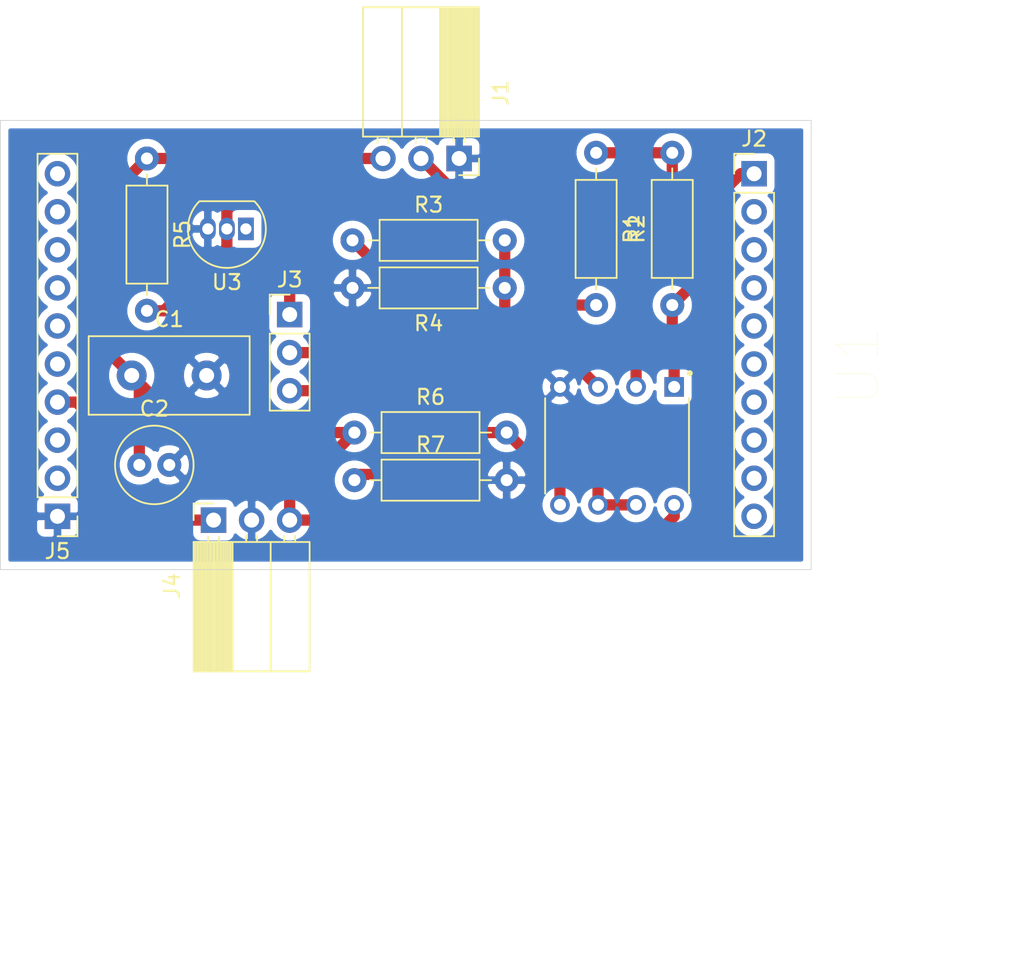
<source format=kicad_pcb>
(kicad_pcb (version 20171130) (host pcbnew "(5.1.7)-1")

  (general
    (thickness 1.6)
    (drawings 9)
    (tracks 66)
    (zones 0)
    (modules 16)
    (nets 29)
  )

  (page A4)
  (layers
    (0 F.Cu signal)
    (31 B.Cu signal hide)
    (32 B.Adhes user hide)
    (33 F.Adhes user hide)
    (34 B.Paste user hide)
    (35 F.Paste user hide)
    (36 B.SilkS user hide)
    (37 F.SilkS user)
    (38 B.Mask user hide)
    (39 F.Mask user hide)
    (40 Dwgs.User user hide)
    (41 Cmts.User user hide)
    (42 Eco1.User user hide)
    (43 Eco2.User user hide)
    (44 Edge.Cuts user)
    (45 Margin user hide)
    (46 B.CrtYd user)
    (47 F.CrtYd user)
    (48 B.Fab user hide)
    (49 F.Fab user)
  )

  (setup
    (last_trace_width 0.25)
    (user_trace_width 0.5)
    (user_trace_width 0.75)
    (trace_clearance 0.2)
    (zone_clearance 0.508)
    (zone_45_only no)
    (trace_min 0.2)
    (via_size 0.8)
    (via_drill 0.4)
    (via_min_size 0.4)
    (via_min_drill 0.3)
    (user_via 1 0.5)
    (uvia_size 0.3)
    (uvia_drill 0.1)
    (uvias_allowed no)
    (uvia_min_size 0.2)
    (uvia_min_drill 0.1)
    (edge_width 0.05)
    (segment_width 0.2)
    (pcb_text_width 0.3)
    (pcb_text_size 1.5 1.5)
    (mod_edge_width 0.12)
    (mod_text_size 1 1)
    (mod_text_width 0.15)
    (pad_size 2 2)
    (pad_drill 1)
    (pad_to_mask_clearance 0)
    (aux_axis_origin 0 0)
    (visible_elements 7FFFFFFF)
    (pcbplotparams
      (layerselection 0x01000_ffffffff)
      (usegerberextensions false)
      (usegerberattributes true)
      (usegerberadvancedattributes true)
      (creategerberjobfile true)
      (excludeedgelayer true)
      (linewidth 0.100000)
      (plotframeref false)
      (viasonmask false)
      (mode 1)
      (useauxorigin false)
      (hpglpennumber 1)
      (hpglpenspeed 20)
      (hpglpendiameter 15.000000)
      (psnegative false)
      (psa4output false)
      (plotreference true)
      (plotvalue true)
      (plotinvisibletext false)
      (padsonsilk false)
      (subtractmaskfromsilk false)
      (outputformat 1)
      (mirror false)
      (drillshape 0)
      (scaleselection 1)
      (outputdirectory "./"))
  )

  (net 0 "")
  (net 1 GND)
  (net 2 VDD)
  (net 3 "Net-(J1-Pad2)")
  (net 4 "Net-(J2-Pad10)")
  (net 5 "Net-(J2-Pad9)")
  (net 6 "Net-(J2-Pad8)")
  (net 7 "Net-(J2-Pad7)")
  (net 8 "Net-(J2-Pad6)")
  (net 9 "Net-(J2-Pad5)")
  (net 10 "Net-(J2-Pad4)")
  (net 11 "Net-(J2-Pad3)")
  (net 12 "Net-(J2-Pad2)")
  (net 13 "Net-(J2-Pad1)")
  (net 14 "Net-(J3-Pad3)")
  (net 15 "Net-(J3-Pad2)")
  (net 16 "Net-(J3-Pad1)")
  (net 17 "Net-(J5-Pad10)")
  (net 18 "Net-(J5-Pad9)")
  (net 19 "Net-(J5-Pad8)")
  (net 20 "Net-(J5-Pad7)")
  (net 21 "Net-(J5-Pad6)")
  (net 22 "Net-(J5-Pad5)")
  (net 23 "Net-(J5-Pad3)")
  (net 24 "Net-(J5-Pad2)")
  (net 25 "Net-(R1-Pad1)")
  (net 26 "Net-(R3-Pad2)")
  (net 27 "Net-(R6-Pad2)")
  (net 28 "Net-(J4-Pad1)")

  (net_class Default "This is the default net class."
    (clearance 0.2)
    (trace_width 0.25)
    (via_dia 0.8)
    (via_drill 0.4)
    (uvia_dia 0.3)
    (uvia_drill 0.1)
    (add_net GND)
    (add_net "Net-(J1-Pad2)")
    (add_net "Net-(J2-Pad1)")
    (add_net "Net-(J2-Pad10)")
    (add_net "Net-(J2-Pad2)")
    (add_net "Net-(J2-Pad3)")
    (add_net "Net-(J2-Pad4)")
    (add_net "Net-(J2-Pad5)")
    (add_net "Net-(J2-Pad6)")
    (add_net "Net-(J2-Pad7)")
    (add_net "Net-(J2-Pad8)")
    (add_net "Net-(J2-Pad9)")
    (add_net "Net-(J3-Pad1)")
    (add_net "Net-(J3-Pad2)")
    (add_net "Net-(J3-Pad3)")
    (add_net "Net-(J4-Pad1)")
    (add_net "Net-(J5-Pad10)")
    (add_net "Net-(J5-Pad2)")
    (add_net "Net-(J5-Pad3)")
    (add_net "Net-(J5-Pad5)")
    (add_net "Net-(J5-Pad6)")
    (add_net "Net-(J5-Pad7)")
    (add_net "Net-(J5-Pad8)")
    (add_net "Net-(J5-Pad9)")
    (add_net "Net-(R1-Pad1)")
    (add_net "Net-(R3-Pad2)")
    (add_net "Net-(R6-Pad2)")
    (add_net VDD)
  )

  (module Connector_PinSocket_2.54mm:PinSocket_1x03_P2.54mm_Horizontal (layer F.Cu) (tedit 5A19A429) (tstamp 5FC8924F)
    (at 41.783 50.419 90)
    (descr "Through hole angled socket strip, 1x03, 2.54mm pitch, 8.51mm socket length, single row (from Kicad 4.0.7), script generated")
    (tags "Through hole angled socket strip THT 1x03 2.54mm single row")
    (path /5FCB6A4A)
    (fp_text reference J4 (at -4.38 -2.77 90) (layer F.SilkS)
      (effects (font (size 1 1) (thickness 0.15)))
    )
    (fp_text value ExtSupply (at -4.38 7.85 90) (layer F.Fab)
      (effects (font (size 1 1) (thickness 0.15)))
    )
    (fp_line (start 1.75 6.85) (end 1.75 -1.8) (layer F.CrtYd) (width 0.05))
    (fp_line (start -10.55 6.85) (end 1.75 6.85) (layer F.CrtYd) (width 0.05))
    (fp_line (start -10.55 -1.8) (end -10.55 6.85) (layer F.CrtYd) (width 0.05))
    (fp_line (start 1.75 -1.8) (end -10.55 -1.8) (layer F.CrtYd) (width 0.05))
    (fp_line (start 0 -1.33) (end 1.11 -1.33) (layer F.SilkS) (width 0.12))
    (fp_line (start 1.11 -1.33) (end 1.11 0) (layer F.SilkS) (width 0.12))
    (fp_line (start -10.09 -1.33) (end -10.09 6.41) (layer F.SilkS) (width 0.12))
    (fp_line (start -10.09 6.41) (end -1.46 6.41) (layer F.SilkS) (width 0.12))
    (fp_line (start -1.46 -1.33) (end -1.46 6.41) (layer F.SilkS) (width 0.12))
    (fp_line (start -10.09 -1.33) (end -1.46 -1.33) (layer F.SilkS) (width 0.12))
    (fp_line (start -10.09 3.81) (end -1.46 3.81) (layer F.SilkS) (width 0.12))
    (fp_line (start -10.09 1.27) (end -1.46 1.27) (layer F.SilkS) (width 0.12))
    (fp_line (start -1.46 5.44) (end -1.05 5.44) (layer F.SilkS) (width 0.12))
    (fp_line (start -1.46 4.72) (end -1.05 4.72) (layer F.SilkS) (width 0.12))
    (fp_line (start -1.46 2.9) (end -1.05 2.9) (layer F.SilkS) (width 0.12))
    (fp_line (start -1.46 2.18) (end -1.05 2.18) (layer F.SilkS) (width 0.12))
    (fp_line (start -1.46 0.36) (end -1.11 0.36) (layer F.SilkS) (width 0.12))
    (fp_line (start -1.46 -0.36) (end -1.11 -0.36) (layer F.SilkS) (width 0.12))
    (fp_line (start -10.09 1.1519) (end -1.46 1.1519) (layer F.SilkS) (width 0.12))
    (fp_line (start -10.09 1.033805) (end -1.46 1.033805) (layer F.SilkS) (width 0.12))
    (fp_line (start -10.09 0.91571) (end -1.46 0.91571) (layer F.SilkS) (width 0.12))
    (fp_line (start -10.09 0.797615) (end -1.46 0.797615) (layer F.SilkS) (width 0.12))
    (fp_line (start -10.09 0.67952) (end -1.46 0.67952) (layer F.SilkS) (width 0.12))
    (fp_line (start -10.09 0.561425) (end -1.46 0.561425) (layer F.SilkS) (width 0.12))
    (fp_line (start -10.09 0.44333) (end -1.46 0.44333) (layer F.SilkS) (width 0.12))
    (fp_line (start -10.09 0.325235) (end -1.46 0.325235) (layer F.SilkS) (width 0.12))
    (fp_line (start -10.09 0.20714) (end -1.46 0.20714) (layer F.SilkS) (width 0.12))
    (fp_line (start -10.09 0.089045) (end -1.46 0.089045) (layer F.SilkS) (width 0.12))
    (fp_line (start -10.09 -0.02905) (end -1.46 -0.02905) (layer F.SilkS) (width 0.12))
    (fp_line (start -10.09 -0.147145) (end -1.46 -0.147145) (layer F.SilkS) (width 0.12))
    (fp_line (start -10.09 -0.26524) (end -1.46 -0.26524) (layer F.SilkS) (width 0.12))
    (fp_line (start -10.09 -0.383335) (end -1.46 -0.383335) (layer F.SilkS) (width 0.12))
    (fp_line (start -10.09 -0.50143) (end -1.46 -0.50143) (layer F.SilkS) (width 0.12))
    (fp_line (start -10.09 -0.619525) (end -1.46 -0.619525) (layer F.SilkS) (width 0.12))
    (fp_line (start -10.09 -0.73762) (end -1.46 -0.73762) (layer F.SilkS) (width 0.12))
    (fp_line (start -10.09 -0.855715) (end -1.46 -0.855715) (layer F.SilkS) (width 0.12))
    (fp_line (start -10.09 -0.97381) (end -1.46 -0.97381) (layer F.SilkS) (width 0.12))
    (fp_line (start -10.09 -1.091905) (end -1.46 -1.091905) (layer F.SilkS) (width 0.12))
    (fp_line (start -10.09 -1.21) (end -1.46 -1.21) (layer F.SilkS) (width 0.12))
    (fp_line (start 0 5.38) (end 0 4.78) (layer F.Fab) (width 0.1))
    (fp_line (start -1.52 5.38) (end 0 5.38) (layer F.Fab) (width 0.1))
    (fp_line (start 0 4.78) (end -1.52 4.78) (layer F.Fab) (width 0.1))
    (fp_line (start 0 2.84) (end 0 2.24) (layer F.Fab) (width 0.1))
    (fp_line (start -1.52 2.84) (end 0 2.84) (layer F.Fab) (width 0.1))
    (fp_line (start 0 2.24) (end -1.52 2.24) (layer F.Fab) (width 0.1))
    (fp_line (start 0 0.3) (end 0 -0.3) (layer F.Fab) (width 0.1))
    (fp_line (start -1.52 0.3) (end 0 0.3) (layer F.Fab) (width 0.1))
    (fp_line (start 0 -0.3) (end -1.52 -0.3) (layer F.Fab) (width 0.1))
    (fp_line (start -10.03 6.35) (end -10.03 -1.27) (layer F.Fab) (width 0.1))
    (fp_line (start -1.52 6.35) (end -10.03 6.35) (layer F.Fab) (width 0.1))
    (fp_line (start -1.52 -0.3) (end -1.52 6.35) (layer F.Fab) (width 0.1))
    (fp_line (start -2.49 -1.27) (end -1.52 -0.3) (layer F.Fab) (width 0.1))
    (fp_line (start -10.03 -1.27) (end -2.49 -1.27) (layer F.Fab) (width 0.1))
    (fp_text user %R (at -5.775 2.54 90) (layer F.Fab)
      (effects (font (size 1 1) (thickness 0.15)))
    )
    (pad 3 thru_hole oval (at 0 5.08 90) (size 1.7 1.7) (drill 1) (layers *.Cu *.Mask)
      (net 2 VDD))
    (pad 2 thru_hole oval (at 0 2.54 90) (size 1.7 1.7) (drill 1) (layers *.Cu *.Mask)
      (net 1 GND))
    (pad 1 thru_hole rect (at 0 0 90) (size 1.7 1.7) (drill 1) (layers *.Cu *.Mask)
      (net 28 "Net-(J4-Pad1)"))
    (model ${KISYS3DMOD}/Connector_PinSocket_2.54mm.3dshapes/PinSocket_1x03_P2.54mm_Horizontal.wrl
      (at (xyz 0 0 0))
      (scale (xyz 1 1 1))
      (rotate (xyz 0 0 0))
    )
  )

  (module Capacitor_THT:C_Disc_D10.5mm_W5.0mm_P5.00mm (layer F.Cu) (tedit 5AE50EF0) (tstamp 5FC803FB)
    (at 36.322 40.767)
    (descr "C, Disc series, Radial, pin pitch=5.00mm, , diameter*width=10.5*5.0mm^2, Capacitor, http://www.vishay.com/docs/28535/vy2series.pdf")
    (tags "C Disc series Radial pin pitch 5.00mm  diameter 10.5mm width 5.0mm Capacitor")
    (path /5FC6F73D)
    (fp_text reference C1 (at 2.5 -3.75) (layer F.SilkS)
      (effects (font (size 1 1) (thickness 0.15)))
    )
    (fp_text value 1nF (at 2.5 3.75) (layer F.Fab)
      (effects (font (size 1 1) (thickness 0.15)))
    )
    (fp_line (start -2.75 -2.5) (end -2.75 2.5) (layer F.Fab) (width 0.1))
    (fp_line (start -2.75 2.5) (end 7.75 2.5) (layer F.Fab) (width 0.1))
    (fp_line (start 7.75 2.5) (end 7.75 -2.5) (layer F.Fab) (width 0.1))
    (fp_line (start 7.75 -2.5) (end -2.75 -2.5) (layer F.Fab) (width 0.1))
    (fp_line (start -2.87 -2.62) (end 7.87 -2.62) (layer F.SilkS) (width 0.12))
    (fp_line (start -2.87 2.62) (end 7.87 2.62) (layer F.SilkS) (width 0.12))
    (fp_line (start -2.87 -2.62) (end -2.87 2.62) (layer F.SilkS) (width 0.12))
    (fp_line (start 7.87 -2.62) (end 7.87 2.62) (layer F.SilkS) (width 0.12))
    (fp_line (start -3 -2.75) (end -3 2.75) (layer F.CrtYd) (width 0.05))
    (fp_line (start -3 2.75) (end 8 2.75) (layer F.CrtYd) (width 0.05))
    (fp_line (start 8 2.75) (end 8 -2.75) (layer F.CrtYd) (width 0.05))
    (fp_line (start 8 -2.75) (end -3 -2.75) (layer F.CrtYd) (width 0.05))
    (fp_text user %R (at 2.5 0) (layer F.Fab)
      (effects (font (size 1 1) (thickness 0.15)))
    )
    (pad 2 thru_hole circle (at 5 0) (size 2 2) (drill 1) (layers *.Cu *.Mask)
      (net 1 GND))
    (pad 1 thru_hole circle (at 0 0) (size 2 2) (drill 1) (layers *.Cu *.Mask)
      (net 2 VDD))
    (model ${KISYS3DMOD}/Capacitor_THT.3dshapes/C_Disc_D10.5mm_W5.0mm_P5.00mm.wrl
      (at (xyz 0 0 0))
      (scale (xyz 1 1 1))
      (rotate (xyz 0 0 0))
    )
  )

  (module MCP602-I_P:DIP787W46P254L927H533Q8 (layer F.Cu) (tedit 5FC66BB2) (tstamp 5FC80C6F)
    (at 68.707 45.466 270)
    (path /5FC5FAF2)
    (fp_text reference U1 (at -5.331775 -16.080445 90) (layer F.SilkS)
      (effects (font (size 2.755976 2.755976) (thickness 0.015)))
    )
    (fp_text value MCP602 (at 24.920135 15.215755 90) (layer F.Fab)
      (effects (font (size 2.644008 2.644008) (thickness 0.015)))
    )
    (fp_line (start -5.13 5.21) (end 5.13 5.21) (layer F.CrtYd) (width 0.05))
    (fp_line (start 5.13 5.21) (end 5.13 -5.21) (layer F.CrtYd) (width 0.05))
    (fp_line (start 5.13 -5.21) (end -5.13 -5.21) (layer F.CrtYd) (width 0.05))
    (fp_line (start -5.13 -5.21) (end -5.13 5.21) (layer F.CrtYd) (width 0.05))
    (fp_line (start -3.18 4.8) (end -3.18 -4.8) (layer F.Fab) (width 0.127))
    (fp_line (start -3.18 -4.8) (end 3.18 -4.8) (layer F.SilkS) (width 0.127))
    (fp_line (start 3.18 -4.8) (end 3.18 4.8) (layer F.Fab) (width 0.127))
    (fp_line (start 3.18 4.8) (end -3.18 4.8) (layer F.SilkS) (width 0.127))
    (fp_circle (center -2.27 -4.05) (end -1.884125 -4.05) (layer F.Fab) (width 0.127))
    (fp_circle (center -4.85 -4.85) (end -4.75 -4.85) (layer F.SilkS) (width 0.2))
    (pad 7 thru_hole circle (at 3.935 -1.27 270) (size 1.308 1.308) (drill 0.8) (layers *.Cu *.Mask)
      (net 14 "Net-(J3-Pad3)"))
    (pad 6 thru_hole circle (at 3.935 1.27 270) (size 1.308 1.308) (drill 0.8) (layers *.Cu *.Mask)
      (net 14 "Net-(J3-Pad3)"))
    (pad 8 thru_hole circle (at 3.935 -3.81 270) (size 1.308 1.308) (drill 0.8) (layers *.Cu *.Mask)
      (net 2 VDD))
    (pad 5 thru_hole circle (at 3.935 3.81 270) (size 1.308 1.308) (drill 0.8) (layers *.Cu *.Mask)
      (net 27 "Net-(R6-Pad2)"))
    (pad 1 thru_hole rect (at -3.935 -3.81 270) (size 1.308 1.308) (drill 0.8) (layers *.Cu *.Mask)
      (net 13 "Net-(J2-Pad1)"))
    (pad 4 thru_hole circle (at -3.935 3.81 270) (size 1.308 1.308) (drill 0.8) (layers *.Cu *.Mask)
      (net 1 GND))
    (pad 2 thru_hole circle (at -3.935 -1.27 270) (size 1.308 1.308) (drill 0.8) (layers *.Cu *.Mask)
      (net 25 "Net-(R1-Pad1)"))
    (pad 3 thru_hole circle (at -3.935 1.27 270) (size 1.308 1.308) (drill 0.8) (layers *.Cu *.Mask)
      (net 26 "Net-(R3-Pad2)"))
  )

  (module Package_TO_SOT_THT:TO-92_Inline (layer F.Cu) (tedit 5A1DD157) (tstamp 5FC8055D)
    (at 43.942 30.988 180)
    (descr "TO-92 leads in-line, narrow, oval pads, drill 0.75mm (see NXP sot054_po.pdf)")
    (tags "to-92 sc-43 sc-43a sot54 PA33 transistor")
    (path /5FC788BA)
    (fp_text reference U3 (at 1.27 -3.56) (layer F.SilkS)
      (effects (font (size 1 1) (thickness 0.15)))
    )
    (fp_text value LM385BZ-1.2 (at 1.27 2.79) (layer F.Fab)
      (effects (font (size 1 1) (thickness 0.15)))
    )
    (fp_line (start -0.53 1.85) (end 3.07 1.85) (layer F.SilkS) (width 0.12))
    (fp_line (start -0.5 1.75) (end 3 1.75) (layer F.Fab) (width 0.1))
    (fp_line (start -1.46 -2.73) (end 4 -2.73) (layer F.CrtYd) (width 0.05))
    (fp_line (start -1.46 -2.73) (end -1.46 2.01) (layer F.CrtYd) (width 0.05))
    (fp_line (start 4 2.01) (end 4 -2.73) (layer F.CrtYd) (width 0.05))
    (fp_line (start 4 2.01) (end -1.46 2.01) (layer F.CrtYd) (width 0.05))
    (fp_arc (start 1.27 0) (end 1.27 -2.6) (angle 135) (layer F.SilkS) (width 0.12))
    (fp_arc (start 1.27 0) (end 1.27 -2.48) (angle -135) (layer F.Fab) (width 0.1))
    (fp_arc (start 1.27 0) (end 1.27 -2.6) (angle -135) (layer F.SilkS) (width 0.12))
    (fp_arc (start 1.27 0) (end 1.27 -2.48) (angle 135) (layer F.Fab) (width 0.1))
    (fp_text user %R (at 1.27 0) (layer F.Fab)
      (effects (font (size 1 1) (thickness 0.15)))
    )
    (pad 1 thru_hole rect (at 0 0 180) (size 1.05 1.5) (drill 0.75) (layers *.Cu *.Mask))
    (pad 3 thru_hole oval (at 2.54 0 180) (size 1.05 1.5) (drill 0.75) (layers *.Cu *.Mask)
      (net 1 GND))
    (pad 2 thru_hole oval (at 1.27 0 180) (size 1.05 1.5) (drill 0.75) (layers *.Cu *.Mask)
      (net 16 "Net-(J3-Pad1)"))
    (model ${KISYS3DMOD}/Package_TO_SOT_THT.3dshapes/TO-92_Inline.wrl
      (at (xyz 0 0 0))
      (scale (xyz 1 1 1))
      (rotate (xyz 0 0 0))
    )
  )

  (module Resistor_THT:R_Axial_DIN0207_L6.3mm_D2.5mm_P10.16mm_Horizontal (layer F.Cu) (tedit 5AE5139B) (tstamp 5FC8054B)
    (at 51.181 47.752)
    (descr "Resistor, Axial_DIN0207 series, Axial, Horizontal, pin pitch=10.16mm, 0.25W = 1/4W, length*diameter=6.3*2.5mm^2, http://cdn-reichelt.de/documents/datenblatt/B400/1_4W%23YAG.pdf")
    (tags "Resistor Axial_DIN0207 series Axial Horizontal pin pitch 10.16mm 0.25W = 1/4W length 6.3mm diameter 2.5mm")
    (path /5FC93968)
    (fp_text reference R7 (at 5.08 -2.37) (layer F.SilkS)
      (effects (font (size 1 1) (thickness 0.15)))
    )
    (fp_text value R (at 5.08 2.37) (layer F.Fab)
      (effects (font (size 1 1) (thickness 0.15)))
    )
    (fp_line (start 1.93 -1.25) (end 1.93 1.25) (layer F.Fab) (width 0.1))
    (fp_line (start 1.93 1.25) (end 8.23 1.25) (layer F.Fab) (width 0.1))
    (fp_line (start 8.23 1.25) (end 8.23 -1.25) (layer F.Fab) (width 0.1))
    (fp_line (start 8.23 -1.25) (end 1.93 -1.25) (layer F.Fab) (width 0.1))
    (fp_line (start 0 0) (end 1.93 0) (layer F.Fab) (width 0.1))
    (fp_line (start 10.16 0) (end 8.23 0) (layer F.Fab) (width 0.1))
    (fp_line (start 1.81 -1.37) (end 1.81 1.37) (layer F.SilkS) (width 0.12))
    (fp_line (start 1.81 1.37) (end 8.35 1.37) (layer F.SilkS) (width 0.12))
    (fp_line (start 8.35 1.37) (end 8.35 -1.37) (layer F.SilkS) (width 0.12))
    (fp_line (start 8.35 -1.37) (end 1.81 -1.37) (layer F.SilkS) (width 0.12))
    (fp_line (start 1.04 0) (end 1.81 0) (layer F.SilkS) (width 0.12))
    (fp_line (start 9.12 0) (end 8.35 0) (layer F.SilkS) (width 0.12))
    (fp_line (start -1.05 -1.5) (end -1.05 1.5) (layer F.CrtYd) (width 0.05))
    (fp_line (start -1.05 1.5) (end 11.21 1.5) (layer F.CrtYd) (width 0.05))
    (fp_line (start 11.21 1.5) (end 11.21 -1.5) (layer F.CrtYd) (width 0.05))
    (fp_line (start 11.21 -1.5) (end -1.05 -1.5) (layer F.CrtYd) (width 0.05))
    (fp_text user %R (at 5.08 0) (layer F.Fab)
      (effects (font (size 1 1) (thickness 0.15)))
    )
    (pad 2 thru_hole oval (at 10.16 0) (size 1.6 1.6) (drill 0.8) (layers *.Cu *.Mask)
      (net 1 GND))
    (pad 1 thru_hole circle (at 0 0) (size 1.6 1.6) (drill 0.8) (layers *.Cu *.Mask)
      (net 27 "Net-(R6-Pad2)"))
    (model ${KISYS3DMOD}/Resistor_THT.3dshapes/R_Axial_DIN0207_L6.3mm_D2.5mm_P10.16mm_Horizontal.wrl
      (at (xyz 0 0 0))
      (scale (xyz 1 1 1))
      (rotate (xyz 0 0 0))
    )
  )

  (module Resistor_THT:R_Axial_DIN0207_L6.3mm_D2.5mm_P10.16mm_Horizontal (layer F.Cu) (tedit 5AE5139B) (tstamp 5FC80534)
    (at 51.181 44.577)
    (descr "Resistor, Axial_DIN0207 series, Axial, Horizontal, pin pitch=10.16mm, 0.25W = 1/4W, length*diameter=6.3*2.5mm^2, http://cdn-reichelt.de/documents/datenblatt/B400/1_4W%23YAG.pdf")
    (tags "Resistor Axial_DIN0207 series Axial Horizontal pin pitch 10.16mm 0.25W = 1/4W length 6.3mm diameter 2.5mm")
    (path /5FC92AD2)
    (fp_text reference R6 (at 5.08 -2.37) (layer F.SilkS)
      (effects (font (size 1 1) (thickness 0.15)))
    )
    (fp_text value R (at 5.08 2.37) (layer F.Fab)
      (effects (font (size 1 1) (thickness 0.15)))
    )
    (fp_line (start 1.93 -1.25) (end 1.93 1.25) (layer F.Fab) (width 0.1))
    (fp_line (start 1.93 1.25) (end 8.23 1.25) (layer F.Fab) (width 0.1))
    (fp_line (start 8.23 1.25) (end 8.23 -1.25) (layer F.Fab) (width 0.1))
    (fp_line (start 8.23 -1.25) (end 1.93 -1.25) (layer F.Fab) (width 0.1))
    (fp_line (start 0 0) (end 1.93 0) (layer F.Fab) (width 0.1))
    (fp_line (start 10.16 0) (end 8.23 0) (layer F.Fab) (width 0.1))
    (fp_line (start 1.81 -1.37) (end 1.81 1.37) (layer F.SilkS) (width 0.12))
    (fp_line (start 1.81 1.37) (end 8.35 1.37) (layer F.SilkS) (width 0.12))
    (fp_line (start 8.35 1.37) (end 8.35 -1.37) (layer F.SilkS) (width 0.12))
    (fp_line (start 8.35 -1.37) (end 1.81 -1.37) (layer F.SilkS) (width 0.12))
    (fp_line (start 1.04 0) (end 1.81 0) (layer F.SilkS) (width 0.12))
    (fp_line (start 9.12 0) (end 8.35 0) (layer F.SilkS) (width 0.12))
    (fp_line (start -1.05 -1.5) (end -1.05 1.5) (layer F.CrtYd) (width 0.05))
    (fp_line (start -1.05 1.5) (end 11.21 1.5) (layer F.CrtYd) (width 0.05))
    (fp_line (start 11.21 1.5) (end 11.21 -1.5) (layer F.CrtYd) (width 0.05))
    (fp_line (start 11.21 -1.5) (end -1.05 -1.5) (layer F.CrtYd) (width 0.05))
    (fp_text user %R (at 5.08 0) (layer F.Fab)
      (effects (font (size 1 1) (thickness 0.15)))
    )
    (pad 2 thru_hole oval (at 10.16 0) (size 1.6 1.6) (drill 0.8) (layers *.Cu *.Mask)
      (net 27 "Net-(R6-Pad2)"))
    (pad 1 thru_hole circle (at 0 0) (size 1.6 1.6) (drill 0.8) (layers *.Cu *.Mask)
      (net 2 VDD))
    (model ${KISYS3DMOD}/Resistor_THT.3dshapes/R_Axial_DIN0207_L6.3mm_D2.5mm_P10.16mm_Horizontal.wrl
      (at (xyz 0 0 0))
      (scale (xyz 1 1 1))
      (rotate (xyz 0 0 0))
    )
  )

  (module Resistor_THT:R_Axial_DIN0207_L6.3mm_D2.5mm_P10.16mm_Horizontal (layer F.Cu) (tedit 5AE5139B) (tstamp 5FC8051D)
    (at 37.338 26.289 270)
    (descr "Resistor, Axial_DIN0207 series, Axial, Horizontal, pin pitch=10.16mm, 0.25W = 1/4W, length*diameter=6.3*2.5mm^2, http://cdn-reichelt.de/documents/datenblatt/B400/1_4W%23YAG.pdf")
    (tags "Resistor Axial_DIN0207 series Axial Horizontal pin pitch 10.16mm 0.25W = 1/4W length 6.3mm diameter 2.5mm")
    (path /5FC7928C)
    (fp_text reference R5 (at 5.08 -2.37 90) (layer F.SilkS)
      (effects (font (size 1 1) (thickness 0.15)))
    )
    (fp_text value 180k (at 5.08 2.37 90) (layer F.Fab)
      (effects (font (size 1 1) (thickness 0.15)))
    )
    (fp_line (start 1.93 -1.25) (end 1.93 1.25) (layer F.Fab) (width 0.1))
    (fp_line (start 1.93 1.25) (end 8.23 1.25) (layer F.Fab) (width 0.1))
    (fp_line (start 8.23 1.25) (end 8.23 -1.25) (layer F.Fab) (width 0.1))
    (fp_line (start 8.23 -1.25) (end 1.93 -1.25) (layer F.Fab) (width 0.1))
    (fp_line (start 0 0) (end 1.93 0) (layer F.Fab) (width 0.1))
    (fp_line (start 10.16 0) (end 8.23 0) (layer F.Fab) (width 0.1))
    (fp_line (start 1.81 -1.37) (end 1.81 1.37) (layer F.SilkS) (width 0.12))
    (fp_line (start 1.81 1.37) (end 8.35 1.37) (layer F.SilkS) (width 0.12))
    (fp_line (start 8.35 1.37) (end 8.35 -1.37) (layer F.SilkS) (width 0.12))
    (fp_line (start 8.35 -1.37) (end 1.81 -1.37) (layer F.SilkS) (width 0.12))
    (fp_line (start 1.04 0) (end 1.81 0) (layer F.SilkS) (width 0.12))
    (fp_line (start 9.12 0) (end 8.35 0) (layer F.SilkS) (width 0.12))
    (fp_line (start -1.05 -1.5) (end -1.05 1.5) (layer F.CrtYd) (width 0.05))
    (fp_line (start -1.05 1.5) (end 11.21 1.5) (layer F.CrtYd) (width 0.05))
    (fp_line (start 11.21 1.5) (end 11.21 -1.5) (layer F.CrtYd) (width 0.05))
    (fp_line (start 11.21 -1.5) (end -1.05 -1.5) (layer F.CrtYd) (width 0.05))
    (fp_text user %R (at 5.08 0 90) (layer F.Fab)
      (effects (font (size 1 1) (thickness 0.15)))
    )
    (pad 2 thru_hole oval (at 10.16 0 270) (size 1.6 1.6) (drill 0.8) (layers *.Cu *.Mask)
      (net 16 "Net-(J3-Pad1)"))
    (pad 1 thru_hole circle (at 0 0 270) (size 1.6 1.6) (drill 0.8) (layers *.Cu *.Mask)
      (net 2 VDD))
    (model ${KISYS3DMOD}/Resistor_THT.3dshapes/R_Axial_DIN0207_L6.3mm_D2.5mm_P10.16mm_Horizontal.wrl
      (at (xyz 0 0 0))
      (scale (xyz 1 1 1))
      (rotate (xyz 0 0 0))
    )
  )

  (module Resistor_THT:R_Axial_DIN0207_L6.3mm_D2.5mm_P10.16mm_Horizontal (layer F.Cu) (tedit 5AE5139B) (tstamp 5FC80506)
    (at 61.214 34.925 180)
    (descr "Resistor, Axial_DIN0207 series, Axial, Horizontal, pin pitch=10.16mm, 0.25W = 1/4W, length*diameter=6.3*2.5mm^2, http://cdn-reichelt.de/documents/datenblatt/B400/1_4W%23YAG.pdf")
    (tags "Resistor Axial_DIN0207 series Axial Horizontal pin pitch 10.16mm 0.25W = 1/4W length 6.3mm diameter 2.5mm")
    (path /5FC6CCFA)
    (fp_text reference R4 (at 5.08 -2.37) (layer F.SilkS)
      (effects (font (size 1 1) (thickness 0.15)))
    )
    (fp_text value 330k (at 5.08 2.37) (layer F.Fab)
      (effects (font (size 1 1) (thickness 0.15)))
    )
    (fp_line (start 1.93 -1.25) (end 1.93 1.25) (layer F.Fab) (width 0.1))
    (fp_line (start 1.93 1.25) (end 8.23 1.25) (layer F.Fab) (width 0.1))
    (fp_line (start 8.23 1.25) (end 8.23 -1.25) (layer F.Fab) (width 0.1))
    (fp_line (start 8.23 -1.25) (end 1.93 -1.25) (layer F.Fab) (width 0.1))
    (fp_line (start 0 0) (end 1.93 0) (layer F.Fab) (width 0.1))
    (fp_line (start 10.16 0) (end 8.23 0) (layer F.Fab) (width 0.1))
    (fp_line (start 1.81 -1.37) (end 1.81 1.37) (layer F.SilkS) (width 0.12))
    (fp_line (start 1.81 1.37) (end 8.35 1.37) (layer F.SilkS) (width 0.12))
    (fp_line (start 8.35 1.37) (end 8.35 -1.37) (layer F.SilkS) (width 0.12))
    (fp_line (start 8.35 -1.37) (end 1.81 -1.37) (layer F.SilkS) (width 0.12))
    (fp_line (start 1.04 0) (end 1.81 0) (layer F.SilkS) (width 0.12))
    (fp_line (start 9.12 0) (end 8.35 0) (layer F.SilkS) (width 0.12))
    (fp_line (start -1.05 -1.5) (end -1.05 1.5) (layer F.CrtYd) (width 0.05))
    (fp_line (start -1.05 1.5) (end 11.21 1.5) (layer F.CrtYd) (width 0.05))
    (fp_line (start 11.21 1.5) (end 11.21 -1.5) (layer F.CrtYd) (width 0.05))
    (fp_line (start 11.21 -1.5) (end -1.05 -1.5) (layer F.CrtYd) (width 0.05))
    (fp_text user %R (at 5.08 0) (layer F.Fab)
      (effects (font (size 1 1) (thickness 0.15)))
    )
    (pad 2 thru_hole oval (at 10.16 0 180) (size 1.6 1.6) (drill 0.8) (layers *.Cu *.Mask)
      (net 1 GND))
    (pad 1 thru_hole circle (at 0 0 180) (size 1.6 1.6) (drill 0.8) (layers *.Cu *.Mask)
      (net 26 "Net-(R3-Pad2)"))
    (model ${KISYS3DMOD}/Resistor_THT.3dshapes/R_Axial_DIN0207_L6.3mm_D2.5mm_P10.16mm_Horizontal.wrl
      (at (xyz 0 0 0))
      (scale (xyz 1 1 1))
      (rotate (xyz 0 0 0))
    )
  )

  (module Resistor_THT:R_Axial_DIN0207_L6.3mm_D2.5mm_P10.16mm_Horizontal (layer F.Cu) (tedit 5AE5139B) (tstamp 5FC804EF)
    (at 51.054 31.75)
    (descr "Resistor, Axial_DIN0207 series, Axial, Horizontal, pin pitch=10.16mm, 0.25W = 1/4W, length*diameter=6.3*2.5mm^2, http://cdn-reichelt.de/documents/datenblatt/B400/1_4W%23YAG.pdf")
    (tags "Resistor Axial_DIN0207 series Axial Horizontal pin pitch 10.16mm 0.25W = 1/4W length 6.3mm diameter 2.5mm")
    (path /5FC6D0B7)
    (fp_text reference R3 (at 5.08 -2.37) (layer F.SilkS)
      (effects (font (size 1 1) (thickness 0.15)))
    )
    (fp_text value 3k3 (at 5.08 2.37) (layer F.Fab)
      (effects (font (size 1 1) (thickness 0.15)))
    )
    (fp_line (start 1.93 -1.25) (end 1.93 1.25) (layer F.Fab) (width 0.1))
    (fp_line (start 1.93 1.25) (end 8.23 1.25) (layer F.Fab) (width 0.1))
    (fp_line (start 8.23 1.25) (end 8.23 -1.25) (layer F.Fab) (width 0.1))
    (fp_line (start 8.23 -1.25) (end 1.93 -1.25) (layer F.Fab) (width 0.1))
    (fp_line (start 0 0) (end 1.93 0) (layer F.Fab) (width 0.1))
    (fp_line (start 10.16 0) (end 8.23 0) (layer F.Fab) (width 0.1))
    (fp_line (start 1.81 -1.37) (end 1.81 1.37) (layer F.SilkS) (width 0.12))
    (fp_line (start 1.81 1.37) (end 8.35 1.37) (layer F.SilkS) (width 0.12))
    (fp_line (start 8.35 1.37) (end 8.35 -1.37) (layer F.SilkS) (width 0.12))
    (fp_line (start 8.35 -1.37) (end 1.81 -1.37) (layer F.SilkS) (width 0.12))
    (fp_line (start 1.04 0) (end 1.81 0) (layer F.SilkS) (width 0.12))
    (fp_line (start 9.12 0) (end 8.35 0) (layer F.SilkS) (width 0.12))
    (fp_line (start -1.05 -1.5) (end -1.05 1.5) (layer F.CrtYd) (width 0.05))
    (fp_line (start -1.05 1.5) (end 11.21 1.5) (layer F.CrtYd) (width 0.05))
    (fp_line (start 11.21 1.5) (end 11.21 -1.5) (layer F.CrtYd) (width 0.05))
    (fp_line (start 11.21 -1.5) (end -1.05 -1.5) (layer F.CrtYd) (width 0.05))
    (fp_text user %R (at 5.08 0) (layer F.Fab)
      (effects (font (size 1 1) (thickness 0.15)))
    )
    (pad 2 thru_hole oval (at 10.16 0) (size 1.6 1.6) (drill 0.8) (layers *.Cu *.Mask)
      (net 26 "Net-(R3-Pad2)"))
    (pad 1 thru_hole circle (at 0 0) (size 1.6 1.6) (drill 0.8) (layers *.Cu *.Mask)
      (net 15 "Net-(J3-Pad2)"))
    (model ${KISYS3DMOD}/Resistor_THT.3dshapes/R_Axial_DIN0207_L6.3mm_D2.5mm_P10.16mm_Horizontal.wrl
      (at (xyz 0 0 0))
      (scale (xyz 1 1 1))
      (rotate (xyz 0 0 0))
    )
  )

  (module Resistor_THT:R_Axial_DIN0207_L6.3mm_D2.5mm_P10.16mm_Horizontal (layer F.Cu) (tedit 5AE5139B) (tstamp 5FC804D8)
    (at 72.39 36.068 90)
    (descr "Resistor, Axial_DIN0207 series, Axial, Horizontal, pin pitch=10.16mm, 0.25W = 1/4W, length*diameter=6.3*2.5mm^2, http://cdn-reichelt.de/documents/datenblatt/B400/1_4W%23YAG.pdf")
    (tags "Resistor Axial_DIN0207 series Axial Horizontal pin pitch 10.16mm 0.25W = 1/4W length 6.3mm diameter 2.5mm")
    (path /5FC6AB39)
    (fp_text reference R2 (at 5.08 -2.37 90) (layer F.SilkS)
      (effects (font (size 1 1) (thickness 0.15)))
    )
    (fp_text value 330k (at 5.08 2.37 90) (layer F.Fab)
      (effects (font (size 1 1) (thickness 0.15)))
    )
    (fp_line (start 1.93 -1.25) (end 1.93 1.25) (layer F.Fab) (width 0.1))
    (fp_line (start 1.93 1.25) (end 8.23 1.25) (layer F.Fab) (width 0.1))
    (fp_line (start 8.23 1.25) (end 8.23 -1.25) (layer F.Fab) (width 0.1))
    (fp_line (start 8.23 -1.25) (end 1.93 -1.25) (layer F.Fab) (width 0.1))
    (fp_line (start 0 0) (end 1.93 0) (layer F.Fab) (width 0.1))
    (fp_line (start 10.16 0) (end 8.23 0) (layer F.Fab) (width 0.1))
    (fp_line (start 1.81 -1.37) (end 1.81 1.37) (layer F.SilkS) (width 0.12))
    (fp_line (start 1.81 1.37) (end 8.35 1.37) (layer F.SilkS) (width 0.12))
    (fp_line (start 8.35 1.37) (end 8.35 -1.37) (layer F.SilkS) (width 0.12))
    (fp_line (start 8.35 -1.37) (end 1.81 -1.37) (layer F.SilkS) (width 0.12))
    (fp_line (start 1.04 0) (end 1.81 0) (layer F.SilkS) (width 0.12))
    (fp_line (start 9.12 0) (end 8.35 0) (layer F.SilkS) (width 0.12))
    (fp_line (start -1.05 -1.5) (end -1.05 1.5) (layer F.CrtYd) (width 0.05))
    (fp_line (start -1.05 1.5) (end 11.21 1.5) (layer F.CrtYd) (width 0.05))
    (fp_line (start 11.21 1.5) (end 11.21 -1.5) (layer F.CrtYd) (width 0.05))
    (fp_line (start 11.21 -1.5) (end -1.05 -1.5) (layer F.CrtYd) (width 0.05))
    (fp_text user %R (at 5.08 0 90) (layer F.Fab)
      (effects (font (size 1 1) (thickness 0.15)))
    )
    (pad 2 thru_hole oval (at 10.16 0 90) (size 1.6 1.6) (drill 0.8) (layers *.Cu *.Mask)
      (net 25 "Net-(R1-Pad1)"))
    (pad 1 thru_hole circle (at 0 0 90) (size 1.6 1.6) (drill 0.8) (layers *.Cu *.Mask)
      (net 13 "Net-(J2-Pad1)"))
    (model ${KISYS3DMOD}/Resistor_THT.3dshapes/R_Axial_DIN0207_L6.3mm_D2.5mm_P10.16mm_Horizontal.wrl
      (at (xyz 0 0 0))
      (scale (xyz 1 1 1))
      (rotate (xyz 0 0 0))
    )
  )

  (module Resistor_THT:R_Axial_DIN0207_L6.3mm_D2.5mm_P10.16mm_Horizontal (layer F.Cu) (tedit 5AE5139B) (tstamp 5FC804C1)
    (at 67.31 25.908 270)
    (descr "Resistor, Axial_DIN0207 series, Axial, Horizontal, pin pitch=10.16mm, 0.25W = 1/4W, length*diameter=6.3*2.5mm^2, http://cdn-reichelt.de/documents/datenblatt/B400/1_4W%23YAG.pdf")
    (tags "Resistor Axial_DIN0207 series Axial Horizontal pin pitch 10.16mm 0.25W = 1/4W length 6.3mm diameter 2.5mm")
    (path /5FC6BCE1)
    (fp_text reference R1 (at 5.08 -2.37 90) (layer F.SilkS)
      (effects (font (size 1 1) (thickness 0.15)))
    )
    (fp_text value 3k3 (at 5.08 2.37 90) (layer F.Fab)
      (effects (font (size 1 1) (thickness 0.15)))
    )
    (fp_line (start 1.93 -1.25) (end 1.93 1.25) (layer F.Fab) (width 0.1))
    (fp_line (start 1.93 1.25) (end 8.23 1.25) (layer F.Fab) (width 0.1))
    (fp_line (start 8.23 1.25) (end 8.23 -1.25) (layer F.Fab) (width 0.1))
    (fp_line (start 8.23 -1.25) (end 1.93 -1.25) (layer F.Fab) (width 0.1))
    (fp_line (start 0 0) (end 1.93 0) (layer F.Fab) (width 0.1))
    (fp_line (start 10.16 0) (end 8.23 0) (layer F.Fab) (width 0.1))
    (fp_line (start 1.81 -1.37) (end 1.81 1.37) (layer F.SilkS) (width 0.12))
    (fp_line (start 1.81 1.37) (end 8.35 1.37) (layer F.SilkS) (width 0.12))
    (fp_line (start 8.35 1.37) (end 8.35 -1.37) (layer F.SilkS) (width 0.12))
    (fp_line (start 8.35 -1.37) (end 1.81 -1.37) (layer F.SilkS) (width 0.12))
    (fp_line (start 1.04 0) (end 1.81 0) (layer F.SilkS) (width 0.12))
    (fp_line (start 9.12 0) (end 8.35 0) (layer F.SilkS) (width 0.12))
    (fp_line (start -1.05 -1.5) (end -1.05 1.5) (layer F.CrtYd) (width 0.05))
    (fp_line (start -1.05 1.5) (end 11.21 1.5) (layer F.CrtYd) (width 0.05))
    (fp_line (start 11.21 1.5) (end 11.21 -1.5) (layer F.CrtYd) (width 0.05))
    (fp_line (start 11.21 -1.5) (end -1.05 -1.5) (layer F.CrtYd) (width 0.05))
    (fp_text user %R (at 5.08 0 90) (layer F.Fab)
      (effects (font (size 1 1) (thickness 0.15)))
    )
    (pad 2 thru_hole oval (at 10.16 0 270) (size 1.6 1.6) (drill 0.8) (layers *.Cu *.Mask)
      (net 3 "Net-(J1-Pad2)"))
    (pad 1 thru_hole circle (at 0 0 270) (size 1.6 1.6) (drill 0.8) (layers *.Cu *.Mask)
      (net 25 "Net-(R1-Pad1)"))
    (model ${KISYS3DMOD}/Resistor_THT.3dshapes/R_Axial_DIN0207_L6.3mm_D2.5mm_P10.16mm_Horizontal.wrl
      (at (xyz 0 0 0))
      (scale (xyz 1 1 1))
      (rotate (xyz 0 0 0))
    )
  )

  (module Connector_PinHeader_2.54mm:PinHeader_1x10_P2.54mm_Vertical (layer F.Cu) (tedit 59FED5CC) (tstamp 5FC804AA)
    (at 31.369 50.165 180)
    (descr "Through hole straight pin header, 1x10, 2.54mm pitch, single row")
    (tags "Through hole pin header THT 1x10 2.54mm single row")
    (path /5FD1BDE7)
    (fp_text reference J5 (at 0 -2.33) (layer F.SilkS)
      (effects (font (size 1 1) (thickness 0.15)))
    )
    (fp_text value Supp (at 0 25.19) (layer F.Fab)
      (effects (font (size 1 1) (thickness 0.15)))
    )
    (fp_line (start -0.635 -1.27) (end 1.27 -1.27) (layer F.Fab) (width 0.1))
    (fp_line (start 1.27 -1.27) (end 1.27 24.13) (layer F.Fab) (width 0.1))
    (fp_line (start 1.27 24.13) (end -1.27 24.13) (layer F.Fab) (width 0.1))
    (fp_line (start -1.27 24.13) (end -1.27 -0.635) (layer F.Fab) (width 0.1))
    (fp_line (start -1.27 -0.635) (end -0.635 -1.27) (layer F.Fab) (width 0.1))
    (fp_line (start -1.33 24.19) (end 1.33 24.19) (layer F.SilkS) (width 0.12))
    (fp_line (start -1.33 1.27) (end -1.33 24.19) (layer F.SilkS) (width 0.12))
    (fp_line (start 1.33 1.27) (end 1.33 24.19) (layer F.SilkS) (width 0.12))
    (fp_line (start -1.33 1.27) (end 1.33 1.27) (layer F.SilkS) (width 0.12))
    (fp_line (start -1.33 0) (end -1.33 -1.33) (layer F.SilkS) (width 0.12))
    (fp_line (start -1.33 -1.33) (end 0 -1.33) (layer F.SilkS) (width 0.12))
    (fp_line (start -1.8 -1.8) (end -1.8 24.65) (layer F.CrtYd) (width 0.05))
    (fp_line (start -1.8 24.65) (end 1.8 24.65) (layer F.CrtYd) (width 0.05))
    (fp_line (start 1.8 24.65) (end 1.8 -1.8) (layer F.CrtYd) (width 0.05))
    (fp_line (start 1.8 -1.8) (end -1.8 -1.8) (layer F.CrtYd) (width 0.05))
    (fp_text user %R (at 0 11.43 90) (layer F.Fab)
      (effects (font (size 1 1) (thickness 0.15)))
    )
    (pad 10 thru_hole oval (at 0 22.86 180) (size 1.7 1.7) (drill 1) (layers *.Cu *.Mask)
      (net 17 "Net-(J5-Pad10)"))
    (pad 9 thru_hole oval (at 0 20.32 180) (size 1.7 1.7) (drill 1) (layers *.Cu *.Mask)
      (net 18 "Net-(J5-Pad9)"))
    (pad 8 thru_hole oval (at 0 17.78 180) (size 1.7 1.7) (drill 1) (layers *.Cu *.Mask)
      (net 19 "Net-(J5-Pad8)"))
    (pad 7 thru_hole oval (at 0 15.24 180) (size 1.7 1.7) (drill 1) (layers *.Cu *.Mask)
      (net 20 "Net-(J5-Pad7)"))
    (pad 6 thru_hole oval (at 0 12.7 180) (size 1.7 1.7) (drill 1) (layers *.Cu *.Mask)
      (net 21 "Net-(J5-Pad6)"))
    (pad 5 thru_hole oval (at 0 10.16 180) (size 1.7 1.7) (drill 1) (layers *.Cu *.Mask)
      (net 22 "Net-(J5-Pad5)"))
    (pad 4 thru_hole oval (at 0 7.62 180) (size 1.7 1.7) (drill 1) (layers *.Cu *.Mask)
      (net 28 "Net-(J4-Pad1)"))
    (pad 3 thru_hole oval (at 0 5.08 180) (size 1.7 1.7) (drill 1) (layers *.Cu *.Mask)
      (net 23 "Net-(J5-Pad3)"))
    (pad 2 thru_hole oval (at 0 2.54 180) (size 1.7 1.7) (drill 1) (layers *.Cu *.Mask)
      (net 24 "Net-(J5-Pad2)"))
    (pad 1 thru_hole rect (at 0 0 180) (size 1.7 1.7) (drill 1) (layers *.Cu *.Mask)
      (net 1 GND))
    (model ${KISYS3DMOD}/Connector_PinHeader_2.54mm.3dshapes/PinHeader_1x10_P2.54mm_Vertical.wrl
      (at (xyz 0 0 0))
      (scale (xyz 1 1 1))
      (rotate (xyz 0 0 0))
    )
  )

  (module Connector_PinHeader_2.54mm:PinHeader_1x03_P2.54mm_Vertical (layer F.Cu) (tedit 59FED5CC) (tstamp 5FC80477)
    (at 46.863 36.703)
    (descr "Through hole straight pin header, 1x03, 2.54mm pitch, single row")
    (tags "Through hole pin header THT 1x03 2.54mm single row")
    (path /5FD13E02)
    (fp_text reference J3 (at 0 -2.33) (layer F.SilkS)
      (effects (font (size 1 1) (thickness 0.15)))
    )
    (fp_text value VoltageRefSel (at 0 7.41) (layer F.Fab)
      (effects (font (size 1 1) (thickness 0.15)))
    )
    (fp_line (start -0.635 -1.27) (end 1.27 -1.27) (layer F.Fab) (width 0.1))
    (fp_line (start 1.27 -1.27) (end 1.27 6.35) (layer F.Fab) (width 0.1))
    (fp_line (start 1.27 6.35) (end -1.27 6.35) (layer F.Fab) (width 0.1))
    (fp_line (start -1.27 6.35) (end -1.27 -0.635) (layer F.Fab) (width 0.1))
    (fp_line (start -1.27 -0.635) (end -0.635 -1.27) (layer F.Fab) (width 0.1))
    (fp_line (start -1.33 6.41) (end 1.33 6.41) (layer F.SilkS) (width 0.12))
    (fp_line (start -1.33 1.27) (end -1.33 6.41) (layer F.SilkS) (width 0.12))
    (fp_line (start 1.33 1.27) (end 1.33 6.41) (layer F.SilkS) (width 0.12))
    (fp_line (start -1.33 1.27) (end 1.33 1.27) (layer F.SilkS) (width 0.12))
    (fp_line (start -1.33 0) (end -1.33 -1.33) (layer F.SilkS) (width 0.12))
    (fp_line (start -1.33 -1.33) (end 0 -1.33) (layer F.SilkS) (width 0.12))
    (fp_line (start -1.8 -1.8) (end -1.8 6.85) (layer F.CrtYd) (width 0.05))
    (fp_line (start -1.8 6.85) (end 1.8 6.85) (layer F.CrtYd) (width 0.05))
    (fp_line (start 1.8 6.85) (end 1.8 -1.8) (layer F.CrtYd) (width 0.05))
    (fp_line (start 1.8 -1.8) (end -1.8 -1.8) (layer F.CrtYd) (width 0.05))
    (fp_text user %R (at 0 2.54 90) (layer F.Fab)
      (effects (font (size 1 1) (thickness 0.15)))
    )
    (pad 3 thru_hole oval (at 0 5.08) (size 1.7 1.7) (drill 1) (layers *.Cu *.Mask)
      (net 14 "Net-(J3-Pad3)"))
    (pad 2 thru_hole oval (at 0 2.54) (size 1.7 1.7) (drill 1) (layers *.Cu *.Mask)
      (net 15 "Net-(J3-Pad2)"))
    (pad 1 thru_hole rect (at 0 0) (size 1.7 1.7) (drill 1) (layers *.Cu *.Mask)
      (net 16 "Net-(J3-Pad1)"))
    (model ${KISYS3DMOD}/Connector_PinHeader_2.54mm.3dshapes/PinHeader_1x03_P2.54mm_Vertical.wrl
      (at (xyz 0 0 0))
      (scale (xyz 1 1 1))
      (rotate (xyz 0 0 0))
    )
  )

  (module Connector_PinHeader_2.54mm:PinHeader_1x10_P2.54mm_Vertical (layer F.Cu) (tedit 59FED5CC) (tstamp 5FC80460)
    (at 77.851 27.305)
    (descr "Through hole straight pin header, 1x10, 2.54mm pitch, single row")
    (tags "Through hole pin header THT 1x10 2.54mm single row")
    (path /5FD1837F)
    (fp_text reference J2 (at 0 -2.33) (layer F.SilkS)
      (effects (font (size 1 1) (thickness 0.15)))
    )
    (fp_text value ADCInput (at 0 25.19) (layer F.Fab)
      (effects (font (size 1 1) (thickness 0.15)))
    )
    (fp_line (start -0.635 -1.27) (end 1.27 -1.27) (layer F.Fab) (width 0.1))
    (fp_line (start 1.27 -1.27) (end 1.27 24.13) (layer F.Fab) (width 0.1))
    (fp_line (start 1.27 24.13) (end -1.27 24.13) (layer F.Fab) (width 0.1))
    (fp_line (start -1.27 24.13) (end -1.27 -0.635) (layer F.Fab) (width 0.1))
    (fp_line (start -1.27 -0.635) (end -0.635 -1.27) (layer F.Fab) (width 0.1))
    (fp_line (start -1.33 24.19) (end 1.33 24.19) (layer F.SilkS) (width 0.12))
    (fp_line (start -1.33 1.27) (end -1.33 24.19) (layer F.SilkS) (width 0.12))
    (fp_line (start 1.33 1.27) (end 1.33 24.19) (layer F.SilkS) (width 0.12))
    (fp_line (start -1.33 1.27) (end 1.33 1.27) (layer F.SilkS) (width 0.12))
    (fp_line (start -1.33 0) (end -1.33 -1.33) (layer F.SilkS) (width 0.12))
    (fp_line (start -1.33 -1.33) (end 0 -1.33) (layer F.SilkS) (width 0.12))
    (fp_line (start -1.8 -1.8) (end -1.8 24.65) (layer F.CrtYd) (width 0.05))
    (fp_line (start -1.8 24.65) (end 1.8 24.65) (layer F.CrtYd) (width 0.05))
    (fp_line (start 1.8 24.65) (end 1.8 -1.8) (layer F.CrtYd) (width 0.05))
    (fp_line (start 1.8 -1.8) (end -1.8 -1.8) (layer F.CrtYd) (width 0.05))
    (fp_text user %R (at 0 11.43 90) (layer F.Fab)
      (effects (font (size 1 1) (thickness 0.15)))
    )
    (pad 10 thru_hole oval (at 0 22.86) (size 1.7 1.7) (drill 1) (layers *.Cu *.Mask)
      (net 4 "Net-(J2-Pad10)"))
    (pad 9 thru_hole oval (at 0 20.32) (size 1.7 1.7) (drill 1) (layers *.Cu *.Mask)
      (net 5 "Net-(J2-Pad9)"))
    (pad 8 thru_hole oval (at 0 17.78) (size 1.7 1.7) (drill 1) (layers *.Cu *.Mask)
      (net 6 "Net-(J2-Pad8)"))
    (pad 7 thru_hole oval (at 0 15.24) (size 1.7 1.7) (drill 1) (layers *.Cu *.Mask)
      (net 7 "Net-(J2-Pad7)"))
    (pad 6 thru_hole oval (at 0 12.7) (size 1.7 1.7) (drill 1) (layers *.Cu *.Mask)
      (net 8 "Net-(J2-Pad6)"))
    (pad 5 thru_hole oval (at 0 10.16) (size 1.7 1.7) (drill 1) (layers *.Cu *.Mask)
      (net 9 "Net-(J2-Pad5)"))
    (pad 4 thru_hole oval (at 0 7.62) (size 1.7 1.7) (drill 1) (layers *.Cu *.Mask)
      (net 10 "Net-(J2-Pad4)"))
    (pad 3 thru_hole oval (at 0 5.08) (size 1.7 1.7) (drill 1) (layers *.Cu *.Mask)
      (net 11 "Net-(J2-Pad3)"))
    (pad 2 thru_hole oval (at 0 2.54) (size 1.7 1.7) (drill 1) (layers *.Cu *.Mask)
      (net 12 "Net-(J2-Pad2)"))
    (pad 1 thru_hole rect (at 0 0) (size 1.7 1.7) (drill 1) (layers *.Cu *.Mask)
      (net 13 "Net-(J2-Pad1)"))
    (model ${KISYS3DMOD}/Connector_PinHeader_2.54mm.3dshapes/PinHeader_1x10_P2.54mm_Vertical.wrl
      (at (xyz 0 0 0))
      (scale (xyz 1 1 1))
      (rotate (xyz 0 0 0))
    )
  )

  (module Connector_PinSocket_2.54mm:PinSocket_1x03_P2.54mm_Horizontal (layer F.Cu) (tedit 5A19A429) (tstamp 5FC80442)
    (at 58.166 26.289 270)
    (descr "Through hole angled socket strip, 1x03, 2.54mm pitch, 8.51mm socket length, single row (from Kicad 4.0.7), script generated")
    (tags "Through hole angled socket strip THT 1x03 2.54mm single row")
    (path /5FC751D9)
    (fp_text reference J1 (at -4.38 -2.77 90) (layer F.SilkS)
      (effects (font (size 1 1) (thickness 0.15)))
    )
    (fp_text value AccelConnector (at -4.38 7.85 90) (layer F.Fab)
      (effects (font (size 1 1) (thickness 0.15)))
    )
    (fp_line (start -10.03 -1.27) (end -2.49 -1.27) (layer F.Fab) (width 0.1))
    (fp_line (start -2.49 -1.27) (end -1.52 -0.3) (layer F.Fab) (width 0.1))
    (fp_line (start -1.52 -0.3) (end -1.52 6.35) (layer F.Fab) (width 0.1))
    (fp_line (start -1.52 6.35) (end -10.03 6.35) (layer F.Fab) (width 0.1))
    (fp_line (start -10.03 6.35) (end -10.03 -1.27) (layer F.Fab) (width 0.1))
    (fp_line (start 0 -0.3) (end -1.52 -0.3) (layer F.Fab) (width 0.1))
    (fp_line (start -1.52 0.3) (end 0 0.3) (layer F.Fab) (width 0.1))
    (fp_line (start 0 0.3) (end 0 -0.3) (layer F.Fab) (width 0.1))
    (fp_line (start 0 2.24) (end -1.52 2.24) (layer F.Fab) (width 0.1))
    (fp_line (start -1.52 2.84) (end 0 2.84) (layer F.Fab) (width 0.1))
    (fp_line (start 0 2.84) (end 0 2.24) (layer F.Fab) (width 0.1))
    (fp_line (start 0 4.78) (end -1.52 4.78) (layer F.Fab) (width 0.1))
    (fp_line (start -1.52 5.38) (end 0 5.38) (layer F.Fab) (width 0.1))
    (fp_line (start 0 5.38) (end 0 4.78) (layer F.Fab) (width 0.1))
    (fp_line (start -10.09 -1.21) (end -1.46 -1.21) (layer F.SilkS) (width 0.12))
    (fp_line (start -10.09 -1.091905) (end -1.46 -1.091905) (layer F.SilkS) (width 0.12))
    (fp_line (start -10.09 -0.97381) (end -1.46 -0.97381) (layer F.SilkS) (width 0.12))
    (fp_line (start -10.09 -0.855715) (end -1.46 -0.855715) (layer F.SilkS) (width 0.12))
    (fp_line (start -10.09 -0.73762) (end -1.46 -0.73762) (layer F.SilkS) (width 0.12))
    (fp_line (start -10.09 -0.619525) (end -1.46 -0.619525) (layer F.SilkS) (width 0.12))
    (fp_line (start -10.09 -0.50143) (end -1.46 -0.50143) (layer F.SilkS) (width 0.12))
    (fp_line (start -10.09 -0.383335) (end -1.46 -0.383335) (layer F.SilkS) (width 0.12))
    (fp_line (start -10.09 -0.26524) (end -1.46 -0.26524) (layer F.SilkS) (width 0.12))
    (fp_line (start -10.09 -0.147145) (end -1.46 -0.147145) (layer F.SilkS) (width 0.12))
    (fp_line (start -10.09 -0.02905) (end -1.46 -0.02905) (layer F.SilkS) (width 0.12))
    (fp_line (start -10.09 0.089045) (end -1.46 0.089045) (layer F.SilkS) (width 0.12))
    (fp_line (start -10.09 0.20714) (end -1.46 0.20714) (layer F.SilkS) (width 0.12))
    (fp_line (start -10.09 0.325235) (end -1.46 0.325235) (layer F.SilkS) (width 0.12))
    (fp_line (start -10.09 0.44333) (end -1.46 0.44333) (layer F.SilkS) (width 0.12))
    (fp_line (start -10.09 0.561425) (end -1.46 0.561425) (layer F.SilkS) (width 0.12))
    (fp_line (start -10.09 0.67952) (end -1.46 0.67952) (layer F.SilkS) (width 0.12))
    (fp_line (start -10.09 0.797615) (end -1.46 0.797615) (layer F.SilkS) (width 0.12))
    (fp_line (start -10.09 0.91571) (end -1.46 0.91571) (layer F.SilkS) (width 0.12))
    (fp_line (start -10.09 1.033805) (end -1.46 1.033805) (layer F.SilkS) (width 0.12))
    (fp_line (start -10.09 1.1519) (end -1.46 1.1519) (layer F.SilkS) (width 0.12))
    (fp_line (start -1.46 -0.36) (end -1.11 -0.36) (layer F.SilkS) (width 0.12))
    (fp_line (start -1.46 0.36) (end -1.11 0.36) (layer F.SilkS) (width 0.12))
    (fp_line (start -1.46 2.18) (end -1.05 2.18) (layer F.SilkS) (width 0.12))
    (fp_line (start -1.46 2.9) (end -1.05 2.9) (layer F.SilkS) (width 0.12))
    (fp_line (start -1.46 4.72) (end -1.05 4.72) (layer F.SilkS) (width 0.12))
    (fp_line (start -1.46 5.44) (end -1.05 5.44) (layer F.SilkS) (width 0.12))
    (fp_line (start -10.09 1.27) (end -1.46 1.27) (layer F.SilkS) (width 0.12))
    (fp_line (start -10.09 3.81) (end -1.46 3.81) (layer F.SilkS) (width 0.12))
    (fp_line (start -10.09 -1.33) (end -1.46 -1.33) (layer F.SilkS) (width 0.12))
    (fp_line (start -1.46 -1.33) (end -1.46 6.41) (layer F.SilkS) (width 0.12))
    (fp_line (start -10.09 6.41) (end -1.46 6.41) (layer F.SilkS) (width 0.12))
    (fp_line (start -10.09 -1.33) (end -10.09 6.41) (layer F.SilkS) (width 0.12))
    (fp_line (start 1.11 -1.33) (end 1.11 0) (layer F.SilkS) (width 0.12))
    (fp_line (start 0 -1.33) (end 1.11 -1.33) (layer F.SilkS) (width 0.12))
    (fp_line (start 1.75 -1.8) (end -10.55 -1.8) (layer F.CrtYd) (width 0.05))
    (fp_line (start -10.55 -1.8) (end -10.55 6.85) (layer F.CrtYd) (width 0.05))
    (fp_line (start -10.55 6.85) (end 1.75 6.85) (layer F.CrtYd) (width 0.05))
    (fp_line (start 1.75 6.85) (end 1.75 -1.8) (layer F.CrtYd) (width 0.05))
    (fp_text user %R (at -5.775 2.54 90) (layer F.Fab)
      (effects (font (size 1 1) (thickness 0.15)))
    )
    (pad 3 thru_hole oval (at 0 5.08 270) (size 1.7 1.7) (drill 1) (layers *.Cu *.Mask)
      (net 2 VDD))
    (pad 2 thru_hole oval (at 0 2.54 270) (size 1.7 1.7) (drill 1) (layers *.Cu *.Mask)
      (net 3 "Net-(J1-Pad2)"))
    (pad 1 thru_hole rect (at 0 0 270) (size 1.7 1.7) (drill 1) (layers *.Cu *.Mask)
      (net 1 GND))
    (model ${KISYS3DMOD}/Connector_PinSocket_2.54mm.3dshapes/PinSocket_1x03_P2.54mm_Horizontal.wrl
      (at (xyz 0 0 0))
      (scale (xyz 1 1 1))
      (rotate (xyz 0 0 0))
    )
  )

  (module Capacitor_THT:C_Radial_D5.0mm_H11.0mm_P2.00mm (layer F.Cu) (tedit 5BC5C9B9) (tstamp 5FC80405)
    (at 36.83 46.736)
    (descr "C, Radial series, Radial, pin pitch=2.00mm, diameter=5mm, height=11mm, Non-Polar Electrolytic Capacitor")
    (tags "C Radial series Radial pin pitch 2.00mm diameter 5mm height 11mm Non-Polar Electrolytic Capacitor")
    (path /5FC70726)
    (fp_text reference C2 (at 1 -3.75) (layer F.SilkS)
      (effects (font (size 1 1) (thickness 0.15)))
    )
    (fp_text value 10uF (at 1 3.75) (layer F.Fab)
      (effects (font (size 1 1) (thickness 0.15)))
    )
    (fp_circle (center 1 0) (end 3.5 0) (layer F.Fab) (width 0.1))
    (fp_circle (center 1 0) (end 3.62 0) (layer F.SilkS) (width 0.12))
    (fp_circle (center 1 0) (end 3.75 0) (layer F.CrtYd) (width 0.05))
    (fp_text user %R (at 1 0) (layer F.Fab)
      (effects (font (size 1 1) (thickness 0.15)))
    )
    (pad 2 thru_hole circle (at 2 0) (size 1.6 1.6) (drill 0.8) (layers *.Cu *.Mask)
      (net 1 GND))
    (pad 1 thru_hole circle (at 0 0) (size 1.6 1.6) (drill 0.8) (layers *.Cu *.Mask)
      (net 2 VDD))
    (model ${KISYS3DMOD}/Capacitor_THT.3dshapes/C_Radial_D5.0mm_H11.0mm_P2.00mm.wrl
      (at (xyz 0 0 0))
      (scale (xyz 1 1 1))
      (rotate (xyz 0 0 0))
    )
  )

  (dimension 29.972 (width 0.05) (layer B.CrtYd)
    (gr_text "29,972 mm" (at 94.418 38.735 90) (layer B.CrtYd)
      (effects (font (size 1 1) (thickness 0.15)))
    )
    (feature1 (pts (xy 81.661 23.749) (xy 93.804421 23.749)))
    (feature2 (pts (xy 81.661 53.721) (xy 93.804421 53.721)))
    (crossbar (pts (xy 93.218 53.721) (xy 93.218 23.749)))
    (arrow1a (pts (xy 93.218 23.749) (xy 93.804421 24.875504)))
    (arrow1b (pts (xy 93.218 23.749) (xy 92.631579 24.875504)))
    (arrow2a (pts (xy 93.218 53.721) (xy 93.804421 52.594496)))
    (arrow2b (pts (xy 93.218 53.721) (xy 92.631579 52.594496)))
  )
  (dimension 54.102 (width 0.05) (layer B.CrtYd)
    (gr_text "54,102 mm" (at 54.61 80.702) (layer B.CrtYd)
      (effects (font (size 1 1) (thickness 0.15)))
    )
    (feature1 (pts (xy 81.661 53.721) (xy 81.661 80.088421)))
    (feature2 (pts (xy 27.559 53.721) (xy 27.559 80.088421)))
    (crossbar (pts (xy 27.559 79.502) (xy 81.661 79.502)))
    (arrow1a (pts (xy 81.661 79.502) (xy 80.534496 80.088421)))
    (arrow1b (pts (xy 81.661 79.502) (xy 80.534496 78.915579)))
    (arrow2a (pts (xy 27.559 79.502) (xy 28.685504 80.088421)))
    (arrow2b (pts (xy 27.559 79.502) (xy 28.685504 78.915579)))
  )
  (dimension 0.179605 (width 0.15) (layer Dwgs.User)
    (gr_text "0,180 mm" (at 28.922739 52.290739 45) (layer Dwgs.User)
      (effects (font (size 1 1) (thickness 0.15)))
    )
    (feature1 (pts (xy 27.813 51.054) (xy 28.481662 51.722662)))
    (feature2 (pts (xy 27.686 51.181) (xy 28.354662 51.849662)))
    (crossbar (pts (xy 27.94 51.435) (xy 28.067 51.308)))
    (arrow1a (pts (xy 28.067 51.308) (xy 27.685104 52.519221)))
    (arrow1b (pts (xy 28.067 51.308) (xy 26.855779 51.689896)))
    (arrow2a (pts (xy 27.94 51.435) (xy 29.151221 51.053104)))
    (arrow2b (pts (xy 27.94 51.435) (xy 28.321896 50.223779)))
  )
  (gr_line (start 27.559 53.721) (end 27.559 23.749) (layer Edge.Cuts) (width 0.05) (tstamp 5FC6E58B))
  (gr_line (start 81.661 53.721) (end 27.559 53.721) (layer Edge.Cuts) (width 0.05))
  (gr_line (start 81.661 23.749) (end 81.661 53.721) (layer Edge.Cuts) (width 0.05))
  (gr_line (start 27.559 23.749) (end 81.661 23.749) (layer Edge.Cuts) (width 0.05))
  (dimension 46.482 (width 0.15) (layer Dwgs.User)
    (gr_text "46,482 mm" (at 54.61 16.607) (layer Dwgs.User)
      (effects (font (size 1 1) (thickness 0.15)))
    )
    (feature1 (pts (xy 77.851 50.165) (xy 77.851 17.320579)))
    (feature2 (pts (xy 31.369 50.165) (xy 31.369 17.320579)))
    (crossbar (pts (xy 31.369 17.907) (xy 77.851 17.907)))
    (arrow1a (pts (xy 77.851 17.907) (xy 76.724496 18.493421)))
    (arrow1b (pts (xy 77.851 17.907) (xy 76.724496 17.320579)))
    (arrow2a (pts (xy 31.369 17.907) (xy 32.495504 18.493421)))
    (arrow2b (pts (xy 31.369 17.907) (xy 32.495504 17.320579)))
  )
  (dimension 22.86 (width 0.15) (layer Dwgs.User)
    (gr_text "22,860 mm" (at 87.914 38.735 90) (layer Dwgs.User)
      (effects (font (size 1 1) (thickness 0.15)))
    )
    (feature1 (pts (xy 31.369 27.305) (xy 87.200421 27.305)))
    (feature2 (pts (xy 31.369 50.165) (xy 87.200421 50.165)))
    (crossbar (pts (xy 86.614 50.165) (xy 86.614 27.305)))
    (arrow1a (pts (xy 86.614 27.305) (xy 87.200421 28.431504)))
    (arrow1b (pts (xy 86.614 27.305) (xy 86.027579 28.431504)))
    (arrow2a (pts (xy 86.614 50.165) (xy 87.200421 49.038496)))
    (arrow2b (pts (xy 86.614 50.165) (xy 86.027579 49.038496)))
  )

  (segment (start 51.181 44.577) (end 45.339 44.577) (width 0.75) (layer F.Cu) (net 2))
  (segment (start 51.181 44.577) (end 48.768 46.99) (width 0.75) (layer F.Cu) (net 2))
  (segment (start 40.132 44.577) (end 45.339 44.577) (width 0.75) (layer F.Cu) (net 2))
  (segment (start 36.322 40.767) (end 40.132 44.577) (width 0.75) (layer F.Cu) (net 2))
  (segment (start 36.322 40.767) (end 34.417 38.862) (width 0.75) (layer F.Cu) (net 2))
  (segment (start 34.417 29.21) (end 37.338 26.289) (width 0.75) (layer F.Cu) (net 2))
  (segment (start 34.417 38.862) (end 34.417 29.21) (width 0.75) (layer F.Cu) (net 2))
  (segment (start 37.338 26.289) (end 53.086 26.289) (width 0.75) (layer F.Cu) (net 2))
  (segment (start 46.863 48.895) (end 48.768 46.99) (width 0.75) (layer F.Cu) (net 2))
  (segment (start 46.863 50.419) (end 46.863 48.895) (width 0.75) (layer F.Cu) (net 2))
  (segment (start 36.83 41.275) (end 36.322 40.767) (width 0.75) (layer F.Cu) (net 2))
  (segment (start 36.83 46.736) (end 36.83 41.275) (width 0.75) (layer F.Cu) (net 2))
  (segment (start 46.863 50.419) (end 60.833 50.419) (width 0.75) (layer F.Cu) (net 2))
  (segment (start 60.833 50.419) (end 61.976 51.562) (width 0.75) (layer F.Cu) (net 2))
  (segment (start 61.976 51.562) (end 71.12 51.562) (width 0.75) (layer F.Cu) (net 2))
  (segment (start 72.517 50.165) (end 72.517 49.401) (width 0.75) (layer F.Cu) (net 2))
  (segment (start 71.12 51.562) (end 72.517 50.165) (width 0.75) (layer F.Cu) (net 2))
  (segment (start 67.31 36.068) (end 65.786 36.068) (width 0.75) (layer F.Cu) (net 3))
  (segment (start 65.786 36.068) (end 64.135 34.417) (width 0.75) (layer F.Cu) (net 3))
  (segment (start 64.135 34.417) (end 64.135 30.607) (width 0.75) (layer F.Cu) (net 3))
  (segment (start 64.135 30.607) (end 62.611 29.083) (width 0.75) (layer F.Cu) (net 3))
  (segment (start 58.42 29.083) (end 55.626 26.289) (width 0.75) (layer F.Cu) (net 3))
  (segment (start 62.611 29.083) (end 58.42 29.083) (width 0.75) (layer F.Cu) (net 3))
  (segment (start 77.851 27.305) (end 76.962 27.305) (width 0.75) (layer F.Cu) (net 13))
  (segment (start 76.962 27.305) (end 74.93 29.337) (width 0.75) (layer F.Cu) (net 13))
  (segment (start 74.93 33.528) (end 72.39 36.068) (width 0.75) (layer F.Cu) (net 13))
  (segment (start 74.93 29.337) (end 74.93 33.528) (width 0.75) (layer F.Cu) (net 13))
  (segment (start 72.39 36.068) (end 72.39 39.37) (width 0.75) (layer F.Cu) (net 13))
  (segment (start 72.517 39.497) (end 72.517 41.531) (width 0.75) (layer F.Cu) (net 13))
  (segment (start 72.39 39.37) (end 72.517 39.497) (width 0.75) (layer F.Cu) (net 13))
  (segment (start 67.437 46.736) (end 67.437 49.401) (width 0.75) (layer F.Cu) (net 14))
  (segment (start 62.484 41.783) (end 67.437 46.736) (width 0.75) (layer F.Cu) (net 14))
  (segment (start 46.863 41.783) (end 62.484 41.783) (width 0.75) (layer F.Cu) (net 14))
  (segment (start 67.437 49.401) (end 69.977 49.401) (width 0.75) (layer F.Cu) (net 14))
  (segment (start 46.863 39.243) (end 52.832 39.243) (width 0.75) (layer F.Cu) (net 15))
  (segment (start 52.832 39.243) (end 53.848 38.227) (width 0.75) (layer F.Cu) (net 15))
  (segment (start 53.848 34.544) (end 51.054 31.75) (width 0.75) (layer F.Cu) (net 15))
  (segment (start 53.848 38.227) (end 53.848 34.544) (width 0.75) (layer F.Cu) (net 15))
  (segment (start 42.672 32.24637) (end 42.672 30.988) (width 0.75) (layer F.Cu) (net 16))
  (segment (start 38.46937 36.449) (end 42.672 32.24637) (width 0.75) (layer F.Cu) (net 16))
  (segment (start 37.338 36.449) (end 38.46937 36.449) (width 0.75) (layer F.Cu) (net 16))
  (segment (start 42.672 29.738) (end 44.089 28.321) (width 0.75) (layer F.Cu) (net 16))
  (segment (start 42.672 30.988) (end 42.672 29.738) (width 0.75) (layer F.Cu) (net 16))
  (segment (start 44.089 28.321) (end 45.593 28.321) (width 0.75) (layer F.Cu) (net 16))
  (segment (start 46.863 29.591) (end 46.863 36.703) (width 0.75) (layer F.Cu) (net 16))
  (segment (start 45.593 28.321) (end 46.863 29.591) (width 0.75) (layer F.Cu) (net 16))
  (segment (start 67.31 25.908) (end 72.39 25.908) (width 0.75) (layer F.Cu) (net 25))
  (segment (start 72.39 25.908) (end 72.39 29.845) (width 0.75) (layer F.Cu) (net 25))
  (segment (start 72.39 29.845) (end 69.977 32.258) (width 0.75) (layer F.Cu) (net 25))
  (segment (start 69.977 32.258) (end 69.977 41.531) (width 0.75) (layer F.Cu) (net 25))
  (segment (start 61.214 31.75) (end 61.214 34.925) (width 0.75) (layer F.Cu) (net 26))
  (segment (start 61.214 34.925) (end 61.214 37.973) (width 0.75) (layer F.Cu) (net 26))
  (segment (start 61.214 37.973) (end 62.103 38.862) (width 0.75) (layer F.Cu) (net 26))
  (segment (start 64.768 38.862) (end 67.437 41.531) (width 0.75) (layer F.Cu) (net 26))
  (segment (start 62.103 38.862) (end 64.768 38.862) (width 0.75) (layer F.Cu) (net 26))
  (segment (start 64.897 48.133) (end 61.341 44.577) (width 0.75) (layer F.Cu) (net 27))
  (segment (start 64.897 49.401) (end 64.897 48.133) (width 0.75) (layer F.Cu) (net 27))
  (segment (start 61.341 44.577) (end 58.293 44.577) (width 0.75) (layer F.Cu) (net 27))
  (segment (start 58.293 44.577) (end 55.499 47.371) (width 0.75) (layer F.Cu) (net 27))
  (segment (start 51.562 47.371) (end 51.181 47.752) (width 0.75) (layer F.Cu) (net 27))
  (segment (start 55.499 47.371) (end 51.562 47.371) (width 0.75) (layer F.Cu) (net 27))
  (segment (start 31.369 42.545) (end 32.639 42.545) (width 0.75) (layer F.Cu) (net 28))
  (segment (start 32.639 42.545) (end 34.036 43.942) (width 0.75) (layer F.Cu) (net 28))
  (segment (start 34.036 43.942) (end 34.036 48.514) (width 0.75) (layer F.Cu) (net 28))
  (segment (start 35.941 50.419) (end 41.783 50.419) (width 0.75) (layer F.Cu) (net 28))
  (segment (start 34.036 48.514) (end 35.941 50.419) (width 0.75) (layer F.Cu) (net 28))

  (zone (net 1) (net_name GND) (layer B.Cu) (tstamp 5FCEB78B) (hatch edge 0.508)
    (connect_pads (clearance 0.508))
    (min_thickness 0.254)
    (fill yes (arc_segments 32) (thermal_gap 0.508) (thermal_bridge_width 0.508))
    (polygon
      (pts
        (xy 81.28 53.34) (xy 27.94 53.34) (xy 27.94 24.13) (xy 81.28 24.13)
      )
    )
    (filled_polygon
      (pts
        (xy 81.001001 53.061) (xy 28.219 53.061) (xy 28.219 51.015) (xy 29.880928 51.015) (xy 29.893188 51.139482)
        (xy 29.929498 51.25918) (xy 29.988463 51.369494) (xy 30.067815 51.466185) (xy 30.164506 51.545537) (xy 30.27482 51.604502)
        (xy 30.394518 51.640812) (xy 30.519 51.653072) (xy 31.08325 51.65) (xy 31.242 51.49125) (xy 31.242 50.292)
        (xy 31.496 50.292) (xy 31.496 51.49125) (xy 31.65475 51.65) (xy 32.219 51.653072) (xy 32.343482 51.640812)
        (xy 32.46318 51.604502) (xy 32.573494 51.545537) (xy 32.670185 51.466185) (xy 32.749537 51.369494) (xy 32.808502 51.25918)
        (xy 32.844812 51.139482) (xy 32.857072 51.015) (xy 32.854 50.45075) (xy 32.69525 50.292) (xy 31.496 50.292)
        (xy 31.242 50.292) (xy 30.04275 50.292) (xy 29.884 50.45075) (xy 29.880928 51.015) (xy 28.219 51.015)
        (xy 28.219 49.315) (xy 29.880928 49.315) (xy 29.884 49.87925) (xy 30.04275 50.038) (xy 31.242 50.038)
        (xy 31.242 50.018) (xy 31.496 50.018) (xy 31.496 50.038) (xy 32.69525 50.038) (xy 32.854 49.87925)
        (xy 32.855689 49.569) (xy 40.294928 49.569) (xy 40.294928 51.269) (xy 40.307188 51.393482) (xy 40.343498 51.51318)
        (xy 40.402463 51.623494) (xy 40.481815 51.720185) (xy 40.578506 51.799537) (xy 40.68882 51.858502) (xy 40.808518 51.894812)
        (xy 40.933 51.907072) (xy 42.633 51.907072) (xy 42.757482 51.894812) (xy 42.87718 51.858502) (xy 42.987494 51.799537)
        (xy 43.084185 51.720185) (xy 43.163537 51.623494) (xy 43.222502 51.51318) (xy 43.246966 51.432534) (xy 43.322731 51.516588)
        (xy 43.55608 51.690641) (xy 43.818901 51.815825) (xy 43.96611 51.860476) (xy 44.196 51.739155) (xy 44.196 50.546)
        (xy 44.176 50.546) (xy 44.176 50.292) (xy 44.196 50.292) (xy 44.196 49.098845) (xy 44.45 49.098845)
        (xy 44.45 50.292) (xy 44.47 50.292) (xy 44.47 50.546) (xy 44.45 50.546) (xy 44.45 51.739155)
        (xy 44.67989 51.860476) (xy 44.827099 51.815825) (xy 45.08992 51.690641) (xy 45.323269 51.516588) (xy 45.518178 51.300355)
        (xy 45.587805 51.183466) (xy 45.709525 51.365632) (xy 45.916368 51.572475) (xy 46.159589 51.73499) (xy 46.429842 51.846932)
        (xy 46.71674 51.904) (xy 47.00926 51.904) (xy 47.296158 51.846932) (xy 47.566411 51.73499) (xy 47.809632 51.572475)
        (xy 48.016475 51.365632) (xy 48.17899 51.122411) (xy 48.290932 50.852158) (xy 48.348 50.56526) (xy 48.348 50.27274)
        (xy 48.290932 49.985842) (xy 48.17899 49.715589) (xy 48.016475 49.472368) (xy 47.818152 49.274045) (xy 63.608 49.274045)
        (xy 63.608 49.527955) (xy 63.657535 49.776987) (xy 63.754703 50.01157) (xy 63.895768 50.22269) (xy 64.07531 50.402232)
        (xy 64.28643 50.543297) (xy 64.521013 50.640465) (xy 64.770045 50.69) (xy 65.023955 50.69) (xy 65.272987 50.640465)
        (xy 65.50757 50.543297) (xy 65.71869 50.402232) (xy 65.898232 50.22269) (xy 66.039297 50.01157) (xy 66.136465 49.776987)
        (xy 66.167 49.623476) (xy 66.197535 49.776987) (xy 66.294703 50.01157) (xy 66.435768 50.22269) (xy 66.61531 50.402232)
        (xy 66.82643 50.543297) (xy 67.061013 50.640465) (xy 67.310045 50.69) (xy 67.563955 50.69) (xy 67.812987 50.640465)
        (xy 68.04757 50.543297) (xy 68.25869 50.402232) (xy 68.438232 50.22269) (xy 68.579297 50.01157) (xy 68.676465 49.776987)
        (xy 68.707 49.623476) (xy 68.737535 49.776987) (xy 68.834703 50.01157) (xy 68.975768 50.22269) (xy 69.15531 50.402232)
        (xy 69.36643 50.543297) (xy 69.601013 50.640465) (xy 69.850045 50.69) (xy 70.103955 50.69) (xy 70.352987 50.640465)
        (xy 70.58757 50.543297) (xy 70.79869 50.402232) (xy 70.978232 50.22269) (xy 71.119297 50.01157) (xy 71.216465 49.776987)
        (xy 71.247 49.623476) (xy 71.277535 49.776987) (xy 71.374703 50.01157) (xy 71.515768 50.22269) (xy 71.69531 50.402232)
        (xy 71.90643 50.543297) (xy 72.141013 50.640465) (xy 72.390045 50.69) (xy 72.643955 50.69) (xy 72.892987 50.640465)
        (xy 73.12757 50.543297) (xy 73.33869 50.402232) (xy 73.518232 50.22269) (xy 73.659297 50.01157) (xy 73.756465 49.776987)
        (xy 73.806 49.527955) (xy 73.806 49.274045) (xy 73.756465 49.025013) (xy 73.659297 48.79043) (xy 73.518232 48.57931)
        (xy 73.33869 48.399768) (xy 73.12757 48.258703) (xy 72.892987 48.161535) (xy 72.643955 48.112) (xy 72.390045 48.112)
        (xy 72.141013 48.161535) (xy 71.90643 48.258703) (xy 71.69531 48.399768) (xy 71.515768 48.57931) (xy 71.374703 48.79043)
        (xy 71.277535 49.025013) (xy 71.247 49.178524) (xy 71.216465 49.025013) (xy 71.119297 48.79043) (xy 70.978232 48.57931)
        (xy 70.79869 48.399768) (xy 70.58757 48.258703) (xy 70.352987 48.161535) (xy 70.103955 48.112) (xy 69.850045 48.112)
        (xy 69.601013 48.161535) (xy 69.36643 48.258703) (xy 69.15531 48.399768) (xy 68.975768 48.57931) (xy 68.834703 48.79043)
        (xy 68.737535 49.025013) (xy 68.707 49.178524) (xy 68.676465 49.025013) (xy 68.579297 48.79043) (xy 68.438232 48.57931)
        (xy 68.25869 48.399768) (xy 68.04757 48.258703) (xy 67.812987 48.161535) (xy 67.563955 48.112) (xy 67.310045 48.112)
        (xy 67.061013 48.161535) (xy 66.82643 48.258703) (xy 66.61531 48.399768) (xy 66.435768 48.57931) (xy 66.294703 48.79043)
        (xy 66.197535 49.025013) (xy 66.167 49.178524) (xy 66.136465 49.025013) (xy 66.039297 48.79043) (xy 65.898232 48.57931)
        (xy 65.71869 48.399768) (xy 65.50757 48.258703) (xy 65.272987 48.161535) (xy 65.023955 48.112) (xy 64.770045 48.112)
        (xy 64.521013 48.161535) (xy 64.28643 48.258703) (xy 64.07531 48.399768) (xy 63.895768 48.57931) (xy 63.754703 48.79043)
        (xy 63.657535 49.025013) (xy 63.608 49.274045) (xy 47.818152 49.274045) (xy 47.809632 49.265525) (xy 47.566411 49.10301)
        (xy 47.296158 48.991068) (xy 47.00926 48.934) (xy 46.71674 48.934) (xy 46.429842 48.991068) (xy 46.159589 49.10301)
        (xy 45.916368 49.265525) (xy 45.709525 49.472368) (xy 45.587805 49.654534) (xy 45.518178 49.537645) (xy 45.323269 49.321412)
        (xy 45.08992 49.147359) (xy 44.827099 49.022175) (xy 44.67989 48.977524) (xy 44.45 49.098845) (xy 44.196 49.098845)
        (xy 43.96611 48.977524) (xy 43.818901 49.022175) (xy 43.55608 49.147359) (xy 43.322731 49.321412) (xy 43.246966 49.405466)
        (xy 43.222502 49.32482) (xy 43.163537 49.214506) (xy 43.084185 49.117815) (xy 42.987494 49.038463) (xy 42.87718 48.979498)
        (xy 42.757482 48.943188) (xy 42.633 48.930928) (xy 40.933 48.930928) (xy 40.808518 48.943188) (xy 40.68882 48.979498)
        (xy 40.578506 49.038463) (xy 40.481815 49.117815) (xy 40.402463 49.214506) (xy 40.343498 49.32482) (xy 40.307188 49.444518)
        (xy 40.294928 49.569) (xy 32.855689 49.569) (xy 32.857072 49.315) (xy 32.844812 49.190518) (xy 32.808502 49.07082)
        (xy 32.749537 48.960506) (xy 32.670185 48.863815) (xy 32.573494 48.784463) (xy 32.46318 48.725498) (xy 32.39062 48.703487)
        (xy 32.522475 48.571632) (xy 32.68499 48.328411) (xy 32.796932 48.058158) (xy 32.854 47.77126) (xy 32.854 47.47874)
        (xy 32.796932 47.191842) (xy 32.68499 46.921589) (xy 32.522475 46.678368) (xy 32.438772 46.594665) (xy 35.395 46.594665)
        (xy 35.395 46.877335) (xy 35.450147 47.154574) (xy 35.55832 47.415727) (xy 35.715363 47.650759) (xy 35.915241 47.850637)
        (xy 36.150273 48.00768) (xy 36.411426 48.115853) (xy 36.688665 48.171) (xy 36.971335 48.171) (xy 37.248574 48.115853)
        (xy 37.509727 48.00768) (xy 37.744759 47.850637) (xy 37.825525 47.769872) (xy 37.90063 47.844977) (xy 38.016903 47.728704)
        (xy 38.088486 47.972671) (xy 38.343996 48.093571) (xy 38.618184 48.1623) (xy 38.900512 48.176217) (xy 39.18013 48.134787)
        (xy 39.446292 48.039603) (xy 39.571514 47.972671) (xy 39.643097 47.728702) (xy 39.52506 47.610665) (xy 49.746 47.610665)
        (xy 49.746 47.893335) (xy 49.801147 48.170574) (xy 49.90932 48.431727) (xy 50.066363 48.666759) (xy 50.266241 48.866637)
        (xy 50.501273 49.02368) (xy 50.762426 49.131853) (xy 51.039665 49.187) (xy 51.322335 49.187) (xy 51.599574 49.131853)
        (xy 51.860727 49.02368) (xy 52.095759 48.866637) (xy 52.295637 48.666759) (xy 52.45268 48.431727) (xy 52.560853 48.170574)
        (xy 52.574684 48.101039) (xy 59.949096 48.101039) (xy 59.989754 48.235087) (xy 60.109963 48.48942) (xy 60.277481 48.715414)
        (xy 60.485869 48.904385) (xy 60.727119 49.04907) (xy 60.99196 49.143909) (xy 61.214 49.022624) (xy 61.214 47.879)
        (xy 61.468 47.879) (xy 61.468 49.022624) (xy 61.69004 49.143909) (xy 61.954881 49.04907) (xy 62.196131 48.904385)
        (xy 62.404519 48.715414) (xy 62.572037 48.48942) (xy 62.692246 48.235087) (xy 62.732904 48.101039) (xy 62.610915 47.879)
        (xy 61.468 47.879) (xy 61.214 47.879) (xy 60.071085 47.879) (xy 59.949096 48.101039) (xy 52.574684 48.101039)
        (xy 52.616 47.893335) (xy 52.616 47.610665) (xy 52.574685 47.402961) (xy 59.949096 47.402961) (xy 60.071085 47.625)
        (xy 61.214 47.625) (xy 61.214 46.481376) (xy 61.468 46.481376) (xy 61.468 47.625) (xy 62.610915 47.625)
        (xy 62.732904 47.402961) (xy 62.692246 47.268913) (xy 62.572037 47.01458) (xy 62.404519 46.788586) (xy 62.196131 46.599615)
        (xy 61.954881 46.45493) (xy 61.69004 46.360091) (xy 61.468 46.481376) (xy 61.214 46.481376) (xy 60.99196 46.360091)
        (xy 60.727119 46.45493) (xy 60.485869 46.599615) (xy 60.277481 46.788586) (xy 60.109963 47.01458) (xy 59.989754 47.268913)
        (xy 59.949096 47.402961) (xy 52.574685 47.402961) (xy 52.560853 47.333426) (xy 52.45268 47.072273) (xy 52.295637 46.837241)
        (xy 52.095759 46.637363) (xy 51.860727 46.48032) (xy 51.599574 46.372147) (xy 51.322335 46.317) (xy 51.039665 46.317)
        (xy 50.762426 46.372147) (xy 50.501273 46.48032) (xy 50.266241 46.637363) (xy 50.066363 46.837241) (xy 49.90932 47.072273)
        (xy 49.801147 47.333426) (xy 49.746 47.610665) (xy 39.52506 47.610665) (xy 38.83 46.915605) (xy 38.815858 46.929748)
        (xy 38.636253 46.750143) (xy 38.650395 46.736) (xy 39.009605 46.736) (xy 39.822702 47.549097) (xy 40.066671 47.477514)
        (xy 40.187571 47.222004) (xy 40.2563 46.947816) (xy 40.270217 46.665488) (xy 40.228787 46.38587) (xy 40.133603 46.119708)
        (xy 40.066671 45.994486) (xy 39.822702 45.922903) (xy 39.009605 46.736) (xy 38.650395 46.736) (xy 38.636253 46.721858)
        (xy 38.815858 46.542253) (xy 38.83 46.556395) (xy 39.643097 45.743298) (xy 39.571514 45.499329) (xy 39.316004 45.378429)
        (xy 39.041816 45.3097) (xy 38.759488 45.295783) (xy 38.47987 45.337213) (xy 38.213708 45.432397) (xy 38.088486 45.499329)
        (xy 38.016903 45.743296) (xy 37.90063 45.627023) (xy 37.825525 45.702129) (xy 37.744759 45.621363) (xy 37.509727 45.46432)
        (xy 37.248574 45.356147) (xy 36.971335 45.301) (xy 36.688665 45.301) (xy 36.411426 45.356147) (xy 36.150273 45.46432)
        (xy 35.915241 45.621363) (xy 35.715363 45.821241) (xy 35.55832 46.056273) (xy 35.450147 46.317426) (xy 35.395 46.594665)
        (xy 32.438772 46.594665) (xy 32.315632 46.471525) (xy 32.14124 46.355) (xy 32.315632 46.238475) (xy 32.522475 46.031632)
        (xy 32.68499 45.788411) (xy 32.796932 45.518158) (xy 32.854 45.23126) (xy 32.854 44.93874) (xy 32.796932 44.651842)
        (xy 32.707389 44.435665) (xy 49.746 44.435665) (xy 49.746 44.718335) (xy 49.801147 44.995574) (xy 49.90932 45.256727)
        (xy 50.066363 45.491759) (xy 50.266241 45.691637) (xy 50.501273 45.84868) (xy 50.762426 45.956853) (xy 51.039665 46.012)
        (xy 51.322335 46.012) (xy 51.599574 45.956853) (xy 51.860727 45.84868) (xy 52.095759 45.691637) (xy 52.295637 45.491759)
        (xy 52.45268 45.256727) (xy 52.560853 44.995574) (xy 52.616 44.718335) (xy 52.616 44.435665) (xy 59.906 44.435665)
        (xy 59.906 44.718335) (xy 59.961147 44.995574) (xy 60.06932 45.256727) (xy 60.226363 45.491759) (xy 60.426241 45.691637)
        (xy 60.661273 45.84868) (xy 60.922426 45.956853) (xy 61.199665 46.012) (xy 61.482335 46.012) (xy 61.759574 45.956853)
        (xy 62.020727 45.84868) (xy 62.255759 45.691637) (xy 62.455637 45.491759) (xy 62.61268 45.256727) (xy 62.720853 44.995574)
        (xy 62.776 44.718335) (xy 62.776 44.435665) (xy 62.720853 44.158426) (xy 62.61268 43.897273) (xy 62.455637 43.662241)
        (xy 62.255759 43.462363) (xy 62.020727 43.30532) (xy 61.759574 43.197147) (xy 61.482335 43.142) (xy 61.199665 43.142)
        (xy 60.922426 43.197147) (xy 60.661273 43.30532) (xy 60.426241 43.462363) (xy 60.226363 43.662241) (xy 60.06932 43.897273)
        (xy 59.961147 44.158426) (xy 59.906 44.435665) (xy 52.616 44.435665) (xy 52.560853 44.158426) (xy 52.45268 43.897273)
        (xy 52.295637 43.662241) (xy 52.095759 43.462363) (xy 51.860727 43.30532) (xy 51.599574 43.197147) (xy 51.322335 43.142)
        (xy 51.039665 43.142) (xy 50.762426 43.197147) (xy 50.501273 43.30532) (xy 50.266241 43.462363) (xy 50.066363 43.662241)
        (xy 49.90932 43.897273) (xy 49.801147 44.158426) (xy 49.746 44.435665) (xy 32.707389 44.435665) (xy 32.68499 44.381589)
        (xy 32.522475 44.138368) (xy 32.315632 43.931525) (xy 32.14124 43.815) (xy 32.315632 43.698475) (xy 32.522475 43.491632)
        (xy 32.68499 43.248411) (xy 32.796932 42.978158) (xy 32.854 42.69126) (xy 32.854 42.39874) (xy 32.796932 42.111842)
        (xy 32.68499 41.841589) (xy 32.522475 41.598368) (xy 32.315632 41.391525) (xy 32.14124 41.275) (xy 32.315632 41.158475)
        (xy 32.522475 40.951632) (xy 32.68499 40.708411) (xy 32.727423 40.605967) (xy 34.687 40.605967) (xy 34.687 40.928033)
        (xy 34.749832 41.243912) (xy 34.873082 41.541463) (xy 35.052013 41.809252) (xy 35.279748 42.036987) (xy 35.547537 42.215918)
        (xy 35.845088 42.339168) (xy 36.160967 42.402) (xy 36.483033 42.402) (xy 36.798912 42.339168) (xy 37.096463 42.215918)
        (xy 37.364252 42.036987) (xy 37.498826 41.902413) (xy 40.366192 41.902413) (xy 40.461956 42.166814) (xy 40.751571 42.307704)
        (xy 41.063108 42.389384) (xy 41.384595 42.408718) (xy 41.703675 42.364961) (xy 42.008088 42.259795) (xy 42.182044 42.166814)
        (xy 42.277808 41.902413) (xy 41.322 40.946605) (xy 40.366192 41.902413) (xy 37.498826 41.902413) (xy 37.591987 41.809252)
        (xy 37.770918 41.541463) (xy 37.894168 41.243912) (xy 37.957 40.928033) (xy 37.957 40.829595) (xy 39.680282 40.829595)
        (xy 39.724039 41.148675) (xy 39.829205 41.453088) (xy 39.922186 41.627044) (xy 40.186587 41.722808) (xy 41.142395 40.767)
        (xy 41.501605 40.767) (xy 42.457413 41.722808) (xy 42.721814 41.627044) (xy 42.862704 41.337429) (xy 42.944384 41.025892)
        (xy 42.963718 40.704405) (xy 42.919961 40.385325) (xy 42.814795 40.080912) (xy 42.721814 39.906956) (xy 42.457413 39.811192)
        (xy 41.501605 40.767) (xy 41.142395 40.767) (xy 40.186587 39.811192) (xy 39.922186 39.906956) (xy 39.781296 40.196571)
        (xy 39.699616 40.508108) (xy 39.680282 40.829595) (xy 37.957 40.829595) (xy 37.957 40.605967) (xy 37.894168 40.290088)
        (xy 37.770918 39.992537) (xy 37.591987 39.724748) (xy 37.498826 39.631587) (xy 40.366192 39.631587) (xy 41.322 40.587395)
        (xy 42.277808 39.631587) (xy 42.182044 39.367186) (xy 41.892429 39.226296) (xy 41.580892 39.144616) (xy 41.259405 39.125282)
        (xy 40.940325 39.169039) (xy 40.635912 39.274205) (xy 40.461956 39.367186) (xy 40.366192 39.631587) (xy 37.498826 39.631587)
        (xy 37.364252 39.497013) (xy 37.096463 39.318082) (xy 36.798912 39.194832) (xy 36.483033 39.132) (xy 36.160967 39.132)
        (xy 35.845088 39.194832) (xy 35.547537 39.318082) (xy 35.279748 39.497013) (xy 35.052013 39.724748) (xy 34.873082 39.992537)
        (xy 34.749832 40.290088) (xy 34.687 40.605967) (xy 32.727423 40.605967) (xy 32.796932 40.438158) (xy 32.854 40.15126)
        (xy 32.854 39.85874) (xy 32.796932 39.571842) (xy 32.68499 39.301589) (xy 32.522475 39.058368) (xy 32.315632 38.851525)
        (xy 32.14124 38.735) (xy 32.315632 38.618475) (xy 32.522475 38.411632) (xy 32.68499 38.168411) (xy 32.796932 37.898158)
        (xy 32.854 37.61126) (xy 32.854 37.31874) (xy 32.796932 37.031842) (xy 32.68499 36.761589) (xy 32.522475 36.518368)
        (xy 32.315632 36.311525) (xy 32.309856 36.307665) (xy 35.903 36.307665) (xy 35.903 36.590335) (xy 35.958147 36.867574)
        (xy 36.06632 37.128727) (xy 36.223363 37.363759) (xy 36.423241 37.563637) (xy 36.658273 37.72068) (xy 36.919426 37.828853)
        (xy 37.196665 37.884) (xy 37.479335 37.884) (xy 37.756574 37.828853) (xy 38.017727 37.72068) (xy 38.252759 37.563637)
        (xy 38.452637 37.363759) (xy 38.60968 37.128727) (xy 38.717853 36.867574) (xy 38.773 36.590335) (xy 38.773 36.307665)
        (xy 38.717853 36.030426) (xy 38.644361 35.853) (xy 45.374928 35.853) (xy 45.374928 37.553) (xy 45.387188 37.677482)
        (xy 45.423498 37.79718) (xy 45.482463 37.907494) (xy 45.561815 38.004185) (xy 45.658506 38.083537) (xy 45.76882 38.142502)
        (xy 45.84138 38.164513) (xy 45.709525 38.296368) (xy 45.54701 38.539589) (xy 45.435068 38.809842) (xy 45.378 39.09674)
        (xy 45.378 39.38926) (xy 45.435068 39.676158) (xy 45.54701 39.946411) (xy 45.709525 40.189632) (xy 45.916368 40.396475)
        (xy 46.09076 40.513) (xy 45.916368 40.629525) (xy 45.709525 40.836368) (xy 45.54701 41.079589) (xy 45.435068 41.349842)
        (xy 45.378 41.63674) (xy 45.378 41.92926) (xy 45.435068 42.216158) (xy 45.54701 42.486411) (xy 45.709525 42.729632)
        (xy 45.916368 42.936475) (xy 46.159589 43.09899) (xy 46.429842 43.210932) (xy 46.71674 43.268) (xy 47.00926 43.268)
        (xy 47.296158 43.210932) (xy 47.566411 43.09899) (xy 47.809632 42.936475) (xy 48.016475 42.729632) (xy 48.17899 42.486411)
        (xy 48.206752 42.419387) (xy 64.188218 42.419387) (xy 64.242093 42.648468) (xy 64.472684 42.754763) (xy 64.719581 42.814028)
        (xy 64.973296 42.823988) (xy 65.224079 42.784259) (xy 65.462293 42.696368) (xy 65.551907 42.648468) (xy 65.605782 42.419387)
        (xy 64.897 41.710605) (xy 64.188218 42.419387) (xy 48.206752 42.419387) (xy 48.290932 42.216158) (xy 48.348 41.92926)
        (xy 48.348 41.63674) (xy 48.342144 41.607296) (xy 63.604012 41.607296) (xy 63.643741 41.858079) (xy 63.731632 42.096293)
        (xy 63.779532 42.185907) (xy 64.008613 42.239782) (xy 64.717395 41.531) (xy 65.076605 41.531) (xy 65.785387 42.239782)
        (xy 66.014468 42.185907) (xy 66.120763 41.955316) (xy 66.168003 41.758516) (xy 66.197535 41.906987) (xy 66.294703 42.14157)
        (xy 66.435768 42.35269) (xy 66.61531 42.532232) (xy 66.82643 42.673297) (xy 67.061013 42.770465) (xy 67.310045 42.82)
        (xy 67.563955 42.82) (xy 67.812987 42.770465) (xy 68.04757 42.673297) (xy 68.25869 42.532232) (xy 68.438232 42.35269)
        (xy 68.579297 42.14157) (xy 68.676465 41.906987) (xy 68.707 41.753476) (xy 68.737535 41.906987) (xy 68.834703 42.14157)
        (xy 68.975768 42.35269) (xy 69.15531 42.532232) (xy 69.36643 42.673297) (xy 69.601013 42.770465) (xy 69.850045 42.82)
        (xy 70.103955 42.82) (xy 70.352987 42.770465) (xy 70.58757 42.673297) (xy 70.79869 42.532232) (xy 70.978232 42.35269)
        (xy 71.119297 42.14157) (xy 71.216465 41.906987) (xy 71.224928 41.86444) (xy 71.224928 42.185) (xy 71.237188 42.309482)
        (xy 71.273498 42.42918) (xy 71.332463 42.539494) (xy 71.411815 42.636185) (xy 71.508506 42.715537) (xy 71.61882 42.774502)
        (xy 71.738518 42.810812) (xy 71.863 42.823072) (xy 73.171 42.823072) (xy 73.295482 42.810812) (xy 73.41518 42.774502)
        (xy 73.525494 42.715537) (xy 73.622185 42.636185) (xy 73.701537 42.539494) (xy 73.760502 42.42918) (xy 73.796812 42.309482)
        (xy 73.809072 42.185) (xy 73.809072 40.877) (xy 73.796812 40.752518) (xy 73.760502 40.63282) (xy 73.701537 40.522506)
        (xy 73.622185 40.425815) (xy 73.525494 40.346463) (xy 73.41518 40.287498) (xy 73.295482 40.251188) (xy 73.171 40.238928)
        (xy 71.863 40.238928) (xy 71.738518 40.251188) (xy 71.61882 40.287498) (xy 71.508506 40.346463) (xy 71.411815 40.425815)
        (xy 71.332463 40.522506) (xy 71.273498 40.63282) (xy 71.237188 40.752518) (xy 71.224928 40.877) (xy 71.224928 41.19756)
        (xy 71.216465 41.155013) (xy 71.119297 40.92043) (xy 70.978232 40.70931) (xy 70.79869 40.529768) (xy 70.58757 40.388703)
        (xy 70.352987 40.291535) (xy 70.103955 40.242) (xy 69.850045 40.242) (xy 69.601013 40.291535) (xy 69.36643 40.388703)
        (xy 69.15531 40.529768) (xy 68.975768 40.70931) (xy 68.834703 40.92043) (xy 68.737535 41.155013) (xy 68.707 41.308524)
        (xy 68.676465 41.155013) (xy 68.579297 40.92043) (xy 68.438232 40.70931) (xy 68.25869 40.529768) (xy 68.04757 40.388703)
        (xy 67.812987 40.291535) (xy 67.563955 40.242) (xy 67.310045 40.242) (xy 67.061013 40.291535) (xy 66.82643 40.388703)
        (xy 66.61531 40.529768) (xy 66.435768 40.70931) (xy 66.294703 40.92043) (xy 66.197535 41.155013) (xy 66.166906 41.308999)
        (xy 66.150259 41.203921) (xy 66.062368 40.965707) (xy 66.014468 40.876093) (xy 65.785387 40.822218) (xy 65.076605 41.531)
        (xy 64.717395 41.531) (xy 64.008613 40.822218) (xy 63.779532 40.876093) (xy 63.673237 41.106684) (xy 63.613972 41.353581)
        (xy 63.604012 41.607296) (xy 48.342144 41.607296) (xy 48.290932 41.349842) (xy 48.17899 41.079589) (xy 48.016475 40.836368)
        (xy 47.82272 40.642613) (xy 64.188218 40.642613) (xy 64.897 41.351395) (xy 65.605782 40.642613) (xy 65.551907 40.413532)
        (xy 65.321316 40.307237) (xy 65.074419 40.247972) (xy 64.820704 40.238012) (xy 64.569921 40.277741) (xy 64.331707 40.365632)
        (xy 64.242093 40.413532) (xy 64.188218 40.642613) (xy 47.82272 40.642613) (xy 47.809632 40.629525) (xy 47.63524 40.513)
        (xy 47.809632 40.396475) (xy 48.016475 40.189632) (xy 48.17899 39.946411) (xy 48.290932 39.676158) (xy 48.348 39.38926)
        (xy 48.348 39.09674) (xy 48.290932 38.809842) (xy 48.17899 38.539589) (xy 48.016475 38.296368) (xy 47.88462 38.164513)
        (xy 47.95718 38.142502) (xy 48.067494 38.083537) (xy 48.164185 38.004185) (xy 48.243537 37.907494) (xy 48.302502 37.79718)
        (xy 48.338812 37.677482) (xy 48.351072 37.553) (xy 48.351072 35.853) (xy 48.338812 35.728518) (xy 48.302502 35.60882)
        (xy 48.243537 35.498506) (xy 48.164185 35.401815) (xy 48.067494 35.322463) (xy 47.976901 35.274039) (xy 49.662096 35.274039)
        (xy 49.702754 35.408087) (xy 49.822963 35.66242) (xy 49.990481 35.888414) (xy 50.198869 36.077385) (xy 50.440119 36.22207)
        (xy 50.70496 36.316909) (xy 50.927 36.195624) (xy 50.927 35.052) (xy 51.181 35.052) (xy 51.181 36.195624)
        (xy 51.40304 36.316909) (xy 51.667881 36.22207) (xy 51.909131 36.077385) (xy 52.117519 35.888414) (xy 52.285037 35.66242)
        (xy 52.405246 35.408087) (xy 52.445904 35.274039) (xy 52.323915 35.052) (xy 51.181 35.052) (xy 50.927 35.052)
        (xy 49.784085 35.052) (xy 49.662096 35.274039) (xy 47.976901 35.274039) (xy 47.95718 35.263498) (xy 47.837482 35.227188)
        (xy 47.713 35.214928) (xy 46.013 35.214928) (xy 45.888518 35.227188) (xy 45.76882 35.263498) (xy 45.658506 35.322463)
        (xy 45.561815 35.401815) (xy 45.482463 35.498506) (xy 45.423498 35.60882) (xy 45.387188 35.728518) (xy 45.374928 35.853)
        (xy 38.644361 35.853) (xy 38.60968 35.769273) (xy 38.452637 35.534241) (xy 38.252759 35.334363) (xy 38.017727 35.17732)
        (xy 37.756574 35.069147) (xy 37.479335 35.014) (xy 37.196665 35.014) (xy 36.919426 35.069147) (xy 36.658273 35.17732)
        (xy 36.423241 35.334363) (xy 36.223363 35.534241) (xy 36.06632 35.769273) (xy 35.958147 36.030426) (xy 35.903 36.307665)
        (xy 32.309856 36.307665) (xy 32.14124 36.195) (xy 32.315632 36.078475) (xy 32.522475 35.871632) (xy 32.68499 35.628411)
        (xy 32.796932 35.358158) (xy 32.854 35.07126) (xy 32.854 34.77874) (xy 32.813665 34.575961) (xy 49.662096 34.575961)
        (xy 49.784085 34.798) (xy 50.927 34.798) (xy 50.927 33.654376) (xy 51.181 33.654376) (xy 51.181 34.798)
        (xy 52.323915 34.798) (xy 52.33179 34.783665) (xy 59.779 34.783665) (xy 59.779 35.066335) (xy 59.834147 35.343574)
        (xy 59.94232 35.604727) (xy 60.099363 35.839759) (xy 60.299241 36.039637) (xy 60.534273 36.19668) (xy 60.795426 36.304853)
        (xy 61.072665 36.36) (xy 61.355335 36.36) (xy 61.632574 36.304853) (xy 61.893727 36.19668) (xy 62.128759 36.039637)
        (xy 62.241731 35.926665) (xy 65.875 35.926665) (xy 65.875 36.209335) (xy 65.930147 36.486574) (xy 66.03832 36.747727)
        (xy 66.195363 36.982759) (xy 66.395241 37.182637) (xy 66.630273 37.33968) (xy 66.891426 37.447853) (xy 67.168665 37.503)
        (xy 67.451335 37.503) (xy 67.728574 37.447853) (xy 67.989727 37.33968) (xy 68.224759 37.182637) (xy 68.424637 36.982759)
        (xy 68.58168 36.747727) (xy 68.689853 36.486574) (xy 68.745 36.209335) (xy 68.745 35.926665) (xy 70.955 35.926665)
        (xy 70.955 36.209335) (xy 71.010147 36.486574) (xy 71.11832 36.747727) (xy 71.275363 36.982759) (xy 71.475241 37.182637)
        (xy 71.710273 37.33968) (xy 71.971426 37.447853) (xy 72.248665 37.503) (xy 72.531335 37.503) (xy 72.808574 37.447853)
        (xy 73.069727 37.33968) (xy 73.304759 37.182637) (xy 73.504637 36.982759) (xy 73.66168 36.747727) (xy 73.769853 36.486574)
        (xy 73.825 36.209335) (xy 73.825 35.926665) (xy 73.769853 35.649426) (xy 73.66168 35.388273) (xy 73.504637 35.153241)
        (xy 73.304759 34.953363) (xy 73.069727 34.79632) (xy 72.808574 34.688147) (xy 72.531335 34.633) (xy 72.248665 34.633)
        (xy 71.971426 34.688147) (xy 71.710273 34.79632) (xy 71.475241 34.953363) (xy 71.275363 35.153241) (xy 71.11832 35.388273)
        (xy 71.010147 35.649426) (xy 70.955 35.926665) (xy 68.745 35.926665) (xy 68.689853 35.649426) (xy 68.58168 35.388273)
        (xy 68.424637 35.153241) (xy 68.224759 34.953363) (xy 67.989727 34.79632) (xy 67.728574 34.688147) (xy 67.451335 34.633)
        (xy 67.168665 34.633) (xy 66.891426 34.688147) (xy 66.630273 34.79632) (xy 66.395241 34.953363) (xy 66.195363 35.153241)
        (xy 66.03832 35.388273) (xy 65.930147 35.649426) (xy 65.875 35.926665) (xy 62.241731 35.926665) (xy 62.328637 35.839759)
        (xy 62.48568 35.604727) (xy 62.593853 35.343574) (xy 62.649 35.066335) (xy 62.649 34.783665) (xy 62.593853 34.506426)
        (xy 62.48568 34.245273) (xy 62.328637 34.010241) (xy 62.128759 33.810363) (xy 61.893727 33.65332) (xy 61.632574 33.545147)
        (xy 61.355335 33.49) (xy 61.072665 33.49) (xy 60.795426 33.545147) (xy 60.534273 33.65332) (xy 60.299241 33.810363)
        (xy 60.099363 34.010241) (xy 59.94232 34.245273) (xy 59.834147 34.506426) (xy 59.779 34.783665) (xy 52.33179 34.783665)
        (xy 52.445904 34.575961) (xy 52.405246 34.441913) (xy 52.285037 34.18758) (xy 52.117519 33.961586) (xy 51.909131 33.772615)
        (xy 51.667881 33.62793) (xy 51.40304 33.533091) (xy 51.181 33.654376) (xy 50.927 33.654376) (xy 50.70496 33.533091)
        (xy 50.440119 33.62793) (xy 50.198869 33.772615) (xy 49.990481 33.961586) (xy 49.822963 34.18758) (xy 49.702754 34.441913)
        (xy 49.662096 34.575961) (xy 32.813665 34.575961) (xy 32.796932 34.491842) (xy 32.68499 34.221589) (xy 32.522475 33.978368)
        (xy 32.315632 33.771525) (xy 32.14124 33.655) (xy 32.315632 33.538475) (xy 32.522475 33.331632) (xy 32.68499 33.088411)
        (xy 32.796932 32.818158) (xy 32.854 32.53126) (xy 32.854 32.23874) (xy 32.796932 31.951842) (xy 32.68499 31.681589)
        (xy 32.522475 31.438368) (xy 32.382614 31.298507) (xy 40.235669 31.298507) (xy 40.274761 31.524404) (xy 40.357172 31.738334)
        (xy 40.479736 31.932076) (xy 40.637742 32.098184) (xy 40.825118 32.230275) (xy 41.034663 32.323272) (xy 41.09619 32.331964)
        (xy 41.275 32.206163) (xy 41.275 31.115) (xy 40.395402 31.115) (xy 40.235669 31.298507) (xy 32.382614 31.298507)
        (xy 32.315632 31.231525) (xy 32.14124 31.115) (xy 32.315632 30.998475) (xy 32.522475 30.791632) (xy 32.59874 30.677493)
        (xy 40.235669 30.677493) (xy 40.395402 30.861) (xy 41.275 30.861) (xy 41.275 30.706021) (xy 41.512 30.706021)
        (xy 41.512 31.269978) (xy 41.528785 31.440399) (xy 41.529 31.441108) (xy 41.529 32.206163) (xy 41.70781 32.331964)
        (xy 41.769337 32.323272) (xy 41.978882 32.230275) (xy 42.037331 32.189071) (xy 42.22594 32.289885) (xy 42.4446 32.356215)
        (xy 42.672 32.378612) (xy 42.899399 32.356215) (xy 43.108098 32.292907) (xy 43.17282 32.327502) (xy 43.292518 32.363812)
        (xy 43.417 32.376072) (xy 44.467 32.376072) (xy 44.591482 32.363812) (xy 44.71118 32.327502) (xy 44.821494 32.268537)
        (xy 44.918185 32.189185) (xy 44.997537 32.092494) (xy 45.056502 31.98218) (xy 45.092812 31.862482) (xy 45.105072 31.738)
        (xy 45.105072 31.608665) (xy 49.619 31.608665) (xy 49.619 31.891335) (xy 49.674147 32.168574) (xy 49.78232 32.429727)
        (xy 49.939363 32.664759) (xy 50.139241 32.864637) (xy 50.374273 33.02168) (xy 50.635426 33.129853) (xy 50.912665 33.185)
        (xy 51.195335 33.185) (xy 51.472574 33.129853) (xy 51.733727 33.02168) (xy 51.968759 32.864637) (xy 52.168637 32.664759)
        (xy 52.32568 32.429727) (xy 52.433853 32.168574) (xy 52.489 31.891335) (xy 52.489 31.608665) (xy 59.779 31.608665)
        (xy 59.779 31.891335) (xy 59.834147 32.168574) (xy 59.94232 32.429727) (xy 60.099363 32.664759) (xy 60.299241 32.864637)
        (xy 60.534273 33.02168) (xy 60.795426 33.129853) (xy 61.072665 33.185) (xy 61.355335 33.185) (xy 61.632574 33.129853)
        (xy 61.893727 33.02168) (xy 62.128759 32.864637) (xy 62.328637 32.664759) (xy 62.48568 32.429727) (xy 62.593853 32.168574)
        (xy 62.649 31.891335) (xy 62.649 31.608665) (xy 62.593853 31.331426) (xy 62.48568 31.070273) (xy 62.328637 30.835241)
        (xy 62.128759 30.635363) (xy 61.893727 30.47832) (xy 61.632574 30.370147) (xy 61.355335 30.315) (xy 61.072665 30.315)
        (xy 60.795426 30.370147) (xy 60.534273 30.47832) (xy 60.299241 30.635363) (xy 60.099363 30.835241) (xy 59.94232 31.070273)
        (xy 59.834147 31.331426) (xy 59.779 31.608665) (xy 52.489 31.608665) (xy 52.433853 31.331426) (xy 52.32568 31.070273)
        (xy 52.168637 30.835241) (xy 51.968759 30.635363) (xy 51.733727 30.47832) (xy 51.472574 30.370147) (xy 51.195335 30.315)
        (xy 50.912665 30.315) (xy 50.635426 30.370147) (xy 50.374273 30.47832) (xy 50.139241 30.635363) (xy 49.939363 30.835241)
        (xy 49.78232 31.070273) (xy 49.674147 31.331426) (xy 49.619 31.608665) (xy 45.105072 31.608665) (xy 45.105072 30.238)
        (xy 45.092812 30.113518) (xy 45.056502 29.99382) (xy 44.997537 29.883506) (xy 44.918185 29.786815) (xy 44.821494 29.707463)
        (xy 44.71118 29.648498) (xy 44.591482 29.612188) (xy 44.467 29.599928) (xy 43.417 29.599928) (xy 43.292518 29.612188)
        (xy 43.17282 29.648498) (xy 43.108098 29.683093) (xy 42.8994 29.619785) (xy 42.672 29.597388) (xy 42.444601 29.619785)
        (xy 42.225941 29.686115) (xy 42.037331 29.786929) (xy 41.978882 29.745725) (xy 41.769337 29.652728) (xy 41.70781 29.644036)
        (xy 41.529 29.769837) (xy 41.529 30.534891) (xy 41.528785 30.5356) (xy 41.512 30.706021) (xy 41.275 30.706021)
        (xy 41.275 29.769837) (xy 41.09619 29.644036) (xy 41.034663 29.652728) (xy 40.825118 29.745725) (xy 40.637742 29.877816)
        (xy 40.479736 30.043924) (xy 40.357172 30.237666) (xy 40.274761 30.451596) (xy 40.235669 30.677493) (xy 32.59874 30.677493)
        (xy 32.68499 30.548411) (xy 32.796932 30.278158) (xy 32.854 29.99126) (xy 32.854 29.69874) (xy 32.796932 29.411842)
        (xy 32.68499 29.141589) (xy 32.522475 28.898368) (xy 32.315632 28.691525) (xy 32.14124 28.575) (xy 32.315632 28.458475)
        (xy 32.522475 28.251632) (xy 32.68499 28.008411) (xy 32.796932 27.738158) (xy 32.854 27.45126) (xy 32.854 27.15874)
        (xy 32.796932 26.871842) (xy 32.68499 26.601589) (xy 32.522475 26.358368) (xy 32.315632 26.151525) (xy 32.309856 26.147665)
        (xy 35.903 26.147665) (xy 35.903 26.430335) (xy 35.958147 26.707574) (xy 36.06632 26.968727) (xy 36.223363 27.203759)
        (xy 36.423241 27.403637) (xy 36.658273 27.56068) (xy 36.919426 27.668853) (xy 37.196665 27.724) (xy 37.479335 27.724)
        (xy 37.756574 27.668853) (xy 38.017727 27.56068) (xy 38.252759 27.403637) (xy 38.452637 27.203759) (xy 38.60968 26.968727)
        (xy 38.717853 26.707574) (xy 38.773 26.430335) (xy 38.773 26.147665) (xy 38.772021 26.14274) (xy 51.601 26.14274)
        (xy 51.601 26.43526) (xy 51.658068 26.722158) (xy 51.77001 26.992411) (xy 51.932525 27.235632) (xy 52.139368 27.442475)
        (xy 52.382589 27.60499) (xy 52.652842 27.716932) (xy 52.93974 27.774) (xy 53.23226 27.774) (xy 53.519158 27.716932)
        (xy 53.789411 27.60499) (xy 54.032632 27.442475) (xy 54.239475 27.235632) (xy 54.356 27.06124) (xy 54.472525 27.235632)
        (xy 54.679368 27.442475) (xy 54.922589 27.60499) (xy 55.192842 27.716932) (xy 55.47974 27.774) (xy 55.77226 27.774)
        (xy 56.059158 27.716932) (xy 56.329411 27.60499) (xy 56.572632 27.442475) (xy 56.704487 27.31062) (xy 56.726498 27.38318)
        (xy 56.785463 27.493494) (xy 56.864815 27.590185) (xy 56.961506 27.669537) (xy 57.07182 27.728502) (xy 57.191518 27.764812)
        (xy 57.316 27.777072) (xy 57.88025 27.774) (xy 58.039 27.61525) (xy 58.039 26.416) (xy 58.293 26.416)
        (xy 58.293 27.61525) (xy 58.45175 27.774) (xy 59.016 27.777072) (xy 59.140482 27.764812) (xy 59.26018 27.728502)
        (xy 59.370494 27.669537) (xy 59.467185 27.590185) (xy 59.546537 27.493494) (xy 59.605502 27.38318) (xy 59.641812 27.263482)
        (xy 59.654072 27.139) (xy 59.651 26.57475) (xy 59.49225 26.416) (xy 58.293 26.416) (xy 58.039 26.416)
        (xy 58.019 26.416) (xy 58.019 26.162) (xy 58.039 26.162) (xy 58.039 24.96275) (xy 58.293 24.96275)
        (xy 58.293 26.162) (xy 59.49225 26.162) (xy 59.651 26.00325) (xy 59.652288 25.766665) (xy 65.875 25.766665)
        (xy 65.875 26.049335) (xy 65.930147 26.326574) (xy 66.03832 26.587727) (xy 66.195363 26.822759) (xy 66.395241 27.022637)
        (xy 66.630273 27.17968) (xy 66.891426 27.287853) (xy 67.168665 27.343) (xy 67.451335 27.343) (xy 67.728574 27.287853)
        (xy 67.989727 27.17968) (xy 68.224759 27.022637) (xy 68.424637 26.822759) (xy 68.58168 26.587727) (xy 68.689853 26.326574)
        (xy 68.745 26.049335) (xy 68.745 25.766665) (xy 70.955 25.766665) (xy 70.955 26.049335) (xy 71.010147 26.326574)
        (xy 71.11832 26.587727) (xy 71.275363 26.822759) (xy 71.475241 27.022637) (xy 71.710273 27.17968) (xy 71.971426 27.287853)
        (xy 72.248665 27.343) (xy 72.531335 27.343) (xy 72.808574 27.287853) (xy 73.069727 27.17968) (xy 73.304759 27.022637)
        (xy 73.504637 26.822759) (xy 73.66168 26.587727) (xy 73.716657 26.455) (xy 76.362928 26.455) (xy 76.362928 28.155)
        (xy 76.375188 28.279482) (xy 76.411498 28.39918) (xy 76.470463 28.509494) (xy 76.549815 28.606185) (xy 76.646506 28.685537)
        (xy 76.75682 28.744502) (xy 76.82938 28.766513) (xy 76.697525 28.898368) (xy 76.53501 29.141589) (xy 76.423068 29.411842)
        (xy 76.366 29.69874) (xy 76.366 29.99126) (xy 76.423068 30.278158) (xy 76.53501 30.548411) (xy 76.697525 30.791632)
        (xy 76.904368 30.998475) (xy 77.07876 31.115) (xy 76.904368 31.231525) (xy 76.697525 31.438368) (xy 76.53501 31.681589)
        (xy 76.423068 31.951842) (xy 76.366 32.23874) (xy 76.366 32.53126) (xy 76.423068 32.818158) (xy 76.53501 33.088411)
        (xy 76.697525 33.331632) (xy 76.904368 33.538475) (xy 77.07876 33.655) (xy 76.904368 33.771525) (xy 76.697525 33.978368)
        (xy 76.53501 34.221589) (xy 76.423068 34.491842) (xy 76.366 34.77874) (xy 76.366 35.07126) (xy 76.423068 35.358158)
        (xy 76.53501 35.628411) (xy 76.697525 35.871632) (xy 76.904368 36.078475) (xy 77.07876 36.195) (xy 76.904368 36.311525)
        (xy 76.697525 36.518368) (xy 76.53501 36.761589) (xy 76.423068 37.031842) (xy 76.366 37.31874) (xy 76.366 37.61126)
        (xy 76.423068 37.898158) (xy 76.53501 38.168411) (xy 76.697525 38.411632) (xy 76.904368 38.618475) (xy 77.07876 38.735)
        (xy 76.904368 38.851525) (xy 76.697525 39.058368) (xy 76.53501 39.301589) (xy 76.423068 39.571842) (xy 76.366 39.85874)
        (xy 76.366 40.15126) (xy 76.423068 40.438158) (xy 76.53501 40.708411) (xy 76.697525 40.951632) (xy 76.904368 41.158475)
        (xy 77.07876 41.275) (xy 76.904368 41.391525) (xy 76.697525 41.598368) (xy 76.53501 41.841589) (xy 76.423068 42.111842)
        (xy 76.366 42.39874) (xy 76.366 42.69126) (xy 76.423068 42.978158) (xy 76.53501 43.248411) (xy 76.697525 43.491632)
        (xy 76.904368 43.698475) (xy 77.07876 43.815) (xy 76.904368 43.931525) (xy 76.697525 44.138368) (xy 76.53501 44.381589)
        (xy 76.423068 44.651842) (xy 76.366 44.93874) (xy 76.366 45.23126) (xy 76.423068 45.518158) (xy 76.53501 45.788411)
        (xy 76.697525 46.031632) (xy 76.904368 46.238475) (xy 77.07876 46.355) (xy 76.904368 46.471525) (xy 76.697525 46.678368)
        (xy 76.53501 46.921589) (xy 76.423068 47.191842) (xy 76.366 47.47874) (xy 76.366 47.77126) (xy 76.423068 48.058158)
        (xy 76.53501 48.328411) (xy 76.697525 48.571632) (xy 76.904368 48.778475) (xy 77.07876 48.895) (xy 76.904368 49.011525)
        (xy 76.697525 49.218368) (xy 76.53501 49.461589) (xy 76.423068 49.731842) (xy 76.366 50.01874) (xy 76.366 50.31126)
        (xy 76.423068 50.598158) (xy 76.53501 50.868411) (xy 76.697525 51.111632) (xy 76.904368 51.318475) (xy 77.147589 51.48099)
        (xy 77.417842 51.592932) (xy 77.70474 51.65) (xy 77.99726 51.65) (xy 78.284158 51.592932) (xy 78.554411 51.48099)
        (xy 78.797632 51.318475) (xy 79.004475 51.111632) (xy 79.16699 50.868411) (xy 79.278932 50.598158) (xy 79.336 50.31126)
        (xy 79.336 50.01874) (xy 79.278932 49.731842) (xy 79.16699 49.461589) (xy 79.004475 49.218368) (xy 78.797632 49.011525)
        (xy 78.62324 48.895) (xy 78.797632 48.778475) (xy 79.004475 48.571632) (xy 79.16699 48.328411) (xy 79.278932 48.058158)
        (xy 79.336 47.77126) (xy 79.336 47.47874) (xy 79.278932 47.191842) (xy 79.16699 46.921589) (xy 79.004475 46.678368)
        (xy 78.797632 46.471525) (xy 78.62324 46.355) (xy 78.797632 46.238475) (xy 79.004475 46.031632) (xy 79.16699 45.788411)
        (xy 79.278932 45.518158) (xy 79.336 45.23126) (xy 79.336 44.93874) (xy 79.278932 44.651842) (xy 79.16699 44.381589)
        (xy 79.004475 44.138368) (xy 78.797632 43.931525) (xy 78.62324 43.815) (xy 78.797632 43.698475) (xy 79.004475 43.491632)
        (xy 79.16699 43.248411) (xy 79.278932 42.978158) (xy 79.336 42.69126) (xy 79.336 42.39874) (xy 79.278932 42.111842)
        (xy 79.16699 41.841589) (xy 79.004475 41.598368) (xy 78.797632 41.391525) (xy 78.62324 41.275) (xy 78.797632 41.158475)
        (xy 79.004475 40.951632) (xy 79.16699 40.708411) (xy 79.278932 40.438158) (xy 79.336 40.15126) (xy 79.336 39.85874)
        (xy 79.278932 39.571842) (xy 79.16699 39.301589) (xy 79.004475 39.058368) (xy 78.797632 38.851525) (xy 78.62324 38.735)
        (xy 78.797632 38.618475) (xy 79.004475 38.411632) (xy 79.16699 38.168411) (xy 79.278932 37.898158) (xy 79.336 37.61126)
        (xy 79.336 37.31874) (xy 79.278932 37.031842) (xy 79.16699 36.761589) (xy 79.004475 36.518368) (xy 78.797632 36.311525)
        (xy 78.62324 36.195) (xy 78.797632 36.078475) (xy 79.004475 35.871632) (xy 79.16699 35.628411) (xy 79.278932 35.358158)
        (xy 79.336 35.07126) (xy 79.336 34.77874) (xy 79.278932 34.491842) (xy 79.16699 34.221589) (xy 79.004475 33.978368)
        (xy 78.797632 33.771525) (xy 78.62324 33.655) (xy 78.797632 33.538475) (xy 79.004475 33.331632) (xy 79.16699 33.088411)
        (xy 79.278932 32.818158) (xy 79.336 32.53126) (xy 79.336 32.23874) (xy 79.278932 31.951842) (xy 79.16699 31.681589)
        (xy 79.004475 31.438368) (xy 78.797632 31.231525) (xy 78.62324 31.115) (xy 78.797632 30.998475) (xy 79.004475 30.791632)
        (xy 79.16699 30.548411) (xy 79.278932 30.278158) (xy 79.336 29.99126) (xy 79.336 29.69874) (xy 79.278932 29.411842)
        (xy 79.16699 29.141589) (xy 79.004475 28.898368) (xy 78.87262 28.766513) (xy 78.94518 28.744502) (xy 79.055494 28.685537)
        (xy 79.152185 28.606185) (xy 79.231537 28.509494) (xy 79.290502 28.39918) (xy 79.326812 28.279482) (xy 79.339072 28.155)
        (xy 79.339072 26.455) (xy 79.326812 26.330518) (xy 79.290502 26.21082) (xy 79.231537 26.100506) (xy 79.152185 26.003815)
        (xy 79.055494 25.924463) (xy 78.94518 25.865498) (xy 78.825482 25.829188) (xy 78.701 25.816928) (xy 77.001 25.816928)
        (xy 76.876518 25.829188) (xy 76.75682 25.865498) (xy 76.646506 25.924463) (xy 76.549815 26.003815) (xy 76.470463 26.100506)
        (xy 76.411498 26.21082) (xy 76.375188 26.330518) (xy 76.362928 26.455) (xy 73.716657 26.455) (xy 73.769853 26.326574)
        (xy 73.825 26.049335) (xy 73.825 25.766665) (xy 73.769853 25.489426) (xy 73.66168 25.228273) (xy 73.504637 24.993241)
        (xy 73.304759 24.793363) (xy 73.069727 24.63632) (xy 72.808574 24.528147) (xy 72.531335 24.473) (xy 72.248665 24.473)
        (xy 71.971426 24.528147) (xy 71.710273 24.63632) (xy 71.475241 24.793363) (xy 71.275363 24.993241) (xy 71.11832 25.228273)
        (xy 71.010147 25.489426) (xy 70.955 25.766665) (xy 68.745 25.766665) (xy 68.689853 25.489426) (xy 68.58168 25.228273)
        (xy 68.424637 24.993241) (xy 68.224759 24.793363) (xy 67.989727 24.63632) (xy 67.728574 24.528147) (xy 67.451335 24.473)
        (xy 67.168665 24.473) (xy 66.891426 24.528147) (xy 66.630273 24.63632) (xy 66.395241 24.793363) (xy 66.195363 24.993241)
        (xy 66.03832 25.228273) (xy 65.930147 25.489426) (xy 65.875 25.766665) (xy 59.652288 25.766665) (xy 59.654072 25.439)
        (xy 59.641812 25.314518) (xy 59.605502 25.19482) (xy 59.546537 25.084506) (xy 59.467185 24.987815) (xy 59.370494 24.908463)
        (xy 59.26018 24.849498) (xy 59.140482 24.813188) (xy 59.016 24.800928) (xy 58.45175 24.804) (xy 58.293 24.96275)
        (xy 58.039 24.96275) (xy 57.88025 24.804) (xy 57.316 24.800928) (xy 57.191518 24.813188) (xy 57.07182 24.849498)
        (xy 56.961506 24.908463) (xy 56.864815 24.987815) (xy 56.785463 25.084506) (xy 56.726498 25.19482) (xy 56.704487 25.26738)
        (xy 56.572632 25.135525) (xy 56.329411 24.97301) (xy 56.059158 24.861068) (xy 55.77226 24.804) (xy 55.47974 24.804)
        (xy 55.192842 24.861068) (xy 54.922589 24.97301) (xy 54.679368 25.135525) (xy 54.472525 25.342368) (xy 54.356 25.51676)
        (xy 54.239475 25.342368) (xy 54.032632 25.135525) (xy 53.789411 24.97301) (xy 53.519158 24.861068) (xy 53.23226 24.804)
        (xy 52.93974 24.804) (xy 52.652842 24.861068) (xy 52.382589 24.97301) (xy 52.139368 25.135525) (xy 51.932525 25.342368)
        (xy 51.77001 25.585589) (xy 51.658068 25.855842) (xy 51.601 26.14274) (xy 38.772021 26.14274) (xy 38.717853 25.870426)
        (xy 38.60968 25.609273) (xy 38.452637 25.374241) (xy 38.252759 25.174363) (xy 38.017727 25.01732) (xy 37.756574 24.909147)
        (xy 37.479335 24.854) (xy 37.196665 24.854) (xy 36.919426 24.909147) (xy 36.658273 25.01732) (xy 36.423241 25.174363)
        (xy 36.223363 25.374241) (xy 36.06632 25.609273) (xy 35.958147 25.870426) (xy 35.903 26.147665) (xy 32.309856 26.147665)
        (xy 32.072411 25.98901) (xy 31.802158 25.877068) (xy 31.51526 25.82) (xy 31.22274 25.82) (xy 30.935842 25.877068)
        (xy 30.665589 25.98901) (xy 30.422368 26.151525) (xy 30.215525 26.358368) (xy 30.05301 26.601589) (xy 29.941068 26.871842)
        (xy 29.884 27.15874) (xy 29.884 27.45126) (xy 29.941068 27.738158) (xy 30.05301 28.008411) (xy 30.215525 28.251632)
        (xy 30.422368 28.458475) (xy 30.59676 28.575) (xy 30.422368 28.691525) (xy 30.215525 28.898368) (xy 30.05301 29.141589)
        (xy 29.941068 29.411842) (xy 29.884 29.69874) (xy 29.884 29.99126) (xy 29.941068 30.278158) (xy 30.05301 30.548411)
        (xy 30.215525 30.791632) (xy 30.422368 30.998475) (xy 30.59676 31.115) (xy 30.422368 31.231525) (xy 30.215525 31.438368)
        (xy 30.05301 31.681589) (xy 29.941068 31.951842) (xy 29.884 32.23874) (xy 29.884 32.53126) (xy 29.941068 32.818158)
        (xy 30.05301 33.088411) (xy 30.215525 33.331632) (xy 30.422368 33.538475) (xy 30.59676 33.655) (xy 30.422368 33.771525)
        (xy 30.215525 33.978368) (xy 30.05301 34.221589) (xy 29.941068 34.491842) (xy 29.884 34.77874) (xy 29.884 35.07126)
        (xy 29.941068 35.358158) (xy 30.05301 35.628411) (xy 30.215525 35.871632) (xy 30.422368 36.078475) (xy 30.59676 36.195)
        (xy 30.422368 36.311525) (xy 30.215525 36.518368) (xy 30.05301 36.761589) (xy 29.941068 37.031842) (xy 29.884 37.31874)
        (xy 29.884 37.61126) (xy 29.941068 37.898158) (xy 30.05301 38.168411) (xy 30.215525 38.411632) (xy 30.422368 38.618475)
        (xy 30.59676 38.735) (xy 30.422368 38.851525) (xy 30.215525 39.058368) (xy 30.05301 39.301589) (xy 29.941068 39.571842)
        (xy 29.884 39.85874) (xy 29.884 40.15126) (xy 29.941068 40.438158) (xy 30.05301 40.708411) (xy 30.215525 40.951632)
        (xy 30.422368 41.158475) (xy 30.59676 41.275) (xy 30.422368 41.391525) (xy 30.215525 41.598368) (xy 30.05301 41.841589)
        (xy 29.941068 42.111842) (xy 29.884 42.39874) (xy 29.884 42.69126) (xy 29.941068 42.978158) (xy 30.05301 43.248411)
        (xy 30.215525 43.491632) (xy 30.422368 43.698475) (xy 30.59676 43.815) (xy 30.422368 43.931525) (xy 30.215525 44.138368)
        (xy 30.05301 44.381589) (xy 29.941068 44.651842) (xy 29.884 44.93874) (xy 29.884 45.23126) (xy 29.941068 45.518158)
        (xy 30.05301 45.788411) (xy 30.215525 46.031632) (xy 30.422368 46.238475) (xy 30.59676 46.355) (xy 30.422368 46.471525)
        (xy 30.215525 46.678368) (xy 30.05301 46.921589) (xy 29.941068 47.191842) (xy 29.884 47.47874) (xy 29.884 47.77126)
        (xy 29.941068 48.058158) (xy 30.05301 48.328411) (xy 30.215525 48.571632) (xy 30.34738 48.703487) (xy 30.27482 48.725498)
        (xy 30.164506 48.784463) (xy 30.067815 48.863815) (xy 29.988463 48.960506) (xy 29.929498 49.07082) (xy 29.893188 49.190518)
        (xy 29.880928 49.315) (xy 28.219 49.315) (xy 28.219 24.409) (xy 81.001 24.409)
      )
    )
  )
)

</source>
